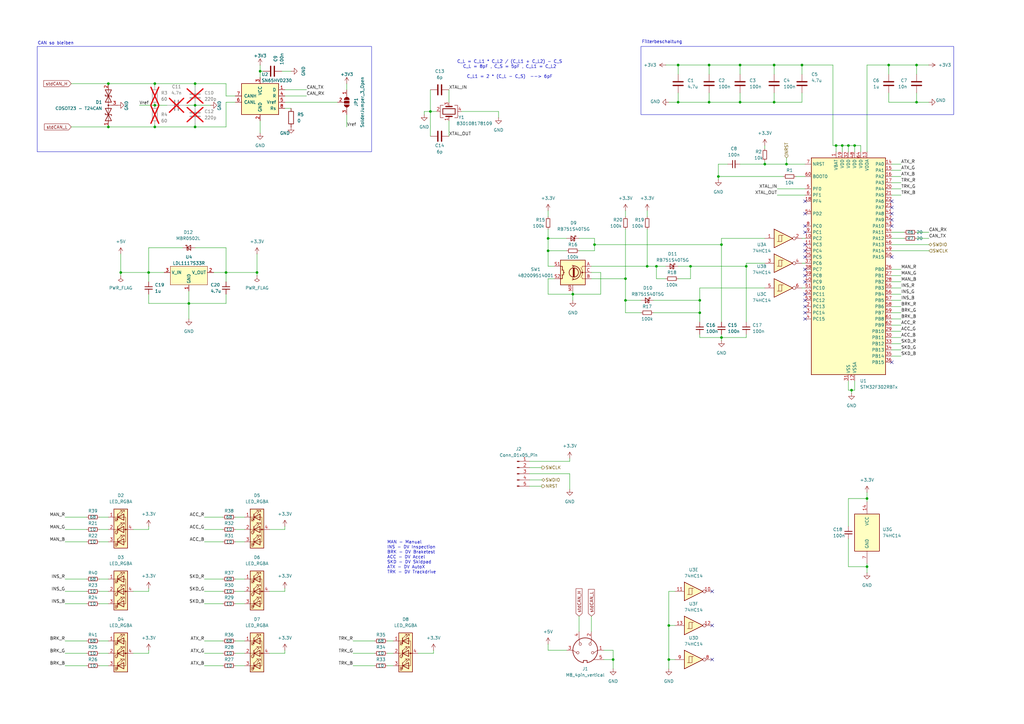
<source format=kicad_sch>
(kicad_sch
	(version 20231120)
	(generator "eeschema")
	(generator_version "8.0")
	(uuid "35ceb69b-b59c-4a43-ac67-e25ec79bb7e5")
	(paper "A3")
	
	(junction
		(at 106.68 29.21)
		(diameter 0)
		(color 0 0 0 0)
		(uuid "06e790b9-70fd-4811-8d65-ea8647339f41")
	)
	(junction
		(at 294.64 72.39)
		(diameter 0)
		(color 0 0 0 0)
		(uuid "09a100f2-38b0-4dbd-abe8-383be9dbeda3")
	)
	(junction
		(at 328.93 26.67)
		(diameter 0)
		(color 0 0 0 0)
		(uuid "0b67acfe-bd03-4fa1-8f87-9e84ef7e1171")
	)
	(junction
		(at 224.79 97.79)
		(diameter 0)
		(color 0 0 0 0)
		(uuid "15d0fada-675b-4e0a-b37e-d38921acfc58")
	)
	(junction
		(at 256.54 123.19)
		(diameter 0)
		(color 0 0 0 0)
		(uuid "18e7a4b0-6bec-4a67-9a9d-4a0b0561b584")
	)
	(junction
		(at 251.46 270.51)
		(diameter 0)
		(color 0 0 0 0)
		(uuid "199e0971-e522-4968-bc04-a7a2b6757477")
	)
	(junction
		(at 60.96 111.76)
		(diameter 0)
		(color 0 0 0 0)
		(uuid "1be66858-bc18-4d3c-a7be-35511c906457")
	)
	(junction
		(at 278.13 41.91)
		(diameter 0)
		(color 0 0 0 0)
		(uuid "22aa9ad9-6de8-463f-8143-ce566d46a106")
	)
	(junction
		(at 303.53 41.91)
		(diameter 0)
		(color 0 0 0 0)
		(uuid "233543c6-26c8-4b44-9300-c1507e082977")
	)
	(junction
		(at 355.6 232.41)
		(diameter 0)
		(color 0 0 0 0)
		(uuid "247d2245-468f-4e9c-a3b1-94524313418e")
	)
	(junction
		(at 317.5 41.91)
		(diameter 0)
		(color 0 0 0 0)
		(uuid "278fed69-0ff0-4ece-a189-978aa84b629c")
	)
	(junction
		(at 350.52 59.69)
		(diameter 0)
		(color 0 0 0 0)
		(uuid "280a8f75-9d52-4e70-9586-824052d9e7bf")
	)
	(junction
		(at 295.91 100.33)
		(diameter 0)
		(color 0 0 0 0)
		(uuid "2fcfe3e0-3521-45f4-b6ca-4f8ad7b70013")
	)
	(junction
		(at 274.32 270.51)
		(diameter 0)
		(color 0 0 0 0)
		(uuid "391c583a-53f3-4470-b030-abb54e4bd322")
	)
	(junction
		(at 375.92 26.67)
		(diameter 0)
		(color 0 0 0 0)
		(uuid "3a3ba188-6dba-42be-bdf3-83b4925cedc5")
	)
	(junction
		(at 234.95 120.65)
		(diameter 0)
		(color 0 0 0 0)
		(uuid "3e4bf9cf-e6f8-42f0-87ed-39c8e52354af")
	)
	(junction
		(at 322.58 67.31)
		(diameter 0)
		(color 0 0 0 0)
		(uuid "4b9b18d2-a43f-4a44-aac6-628cfe923ca6")
	)
	(junction
		(at 269.24 109.22)
		(diameter 0)
		(color 0 0 0 0)
		(uuid "4e3e3829-11da-4b65-98ca-c6942252ffb2")
	)
	(junction
		(at 345.44 59.69)
		(diameter 0)
		(color 0 0 0 0)
		(uuid "53ed53b6-2f7e-4d52-a8fe-132198074c91")
	)
	(junction
		(at 265.43 109.22)
		(diameter 0)
		(color 0 0 0 0)
		(uuid "56adb256-7d6f-42ce-92b6-f03bedd4cb6a")
	)
	(junction
		(at 303.53 26.67)
		(diameter 0)
		(color 0 0 0 0)
		(uuid "59083679-f4d2-4e56-979d-8af101f661e5")
	)
	(junction
		(at 176.53 45.72)
		(diameter 0)
		(color 0 0 0 0)
		(uuid "5ad3a88e-2788-4120-8796-b72d3bc4b78e")
	)
	(junction
		(at 295.91 138.43)
		(diameter 0)
		(color 0 0 0 0)
		(uuid "5ad593bb-f483-4ae7-bafe-9747f281fdb4")
	)
	(junction
		(at 243.84 100.33)
		(diameter 0)
		(color 0 0 0 0)
		(uuid "5ae3f48c-04b0-469a-8fbc-31f4a3015730")
	)
	(junction
		(at 77.47 124.46)
		(diameter 0)
		(color 0 0 0 0)
		(uuid "5ee94c91-04d6-4a4c-855c-cc8a2a096451")
	)
	(junction
		(at 63.5 34.29)
		(diameter 0)
		(color 0 0 0 0)
		(uuid "5ef6e988-b99a-485e-a883-98591782fdf7")
	)
	(junction
		(at 375.92 41.91)
		(diameter 0)
		(color 0 0 0 0)
		(uuid "62ead292-50a3-4d3b-bb2d-8a1172ed4fe2")
	)
	(junction
		(at 63.5 43.18)
		(diameter 0)
		(color 0 0 0 0)
		(uuid "669bc255-9fa0-46ac-912a-54237a5fb2c3")
	)
	(junction
		(at 290.83 41.91)
		(diameter 0)
		(color 0 0 0 0)
		(uuid "6bcc4f6d-7d72-4b2e-ab10-19e40985e3b4")
	)
	(junction
		(at 80.01 52.07)
		(diameter 0)
		(color 0 0 0 0)
		(uuid "72c2db07-1cfe-4a9b-acb8-3f1d27de8c5d")
	)
	(junction
		(at 224.79 102.87)
		(diameter 0)
		(color 0 0 0 0)
		(uuid "72c6fdae-45ed-4fee-9df4-a99abf694805")
	)
	(junction
		(at 290.83 26.67)
		(diameter 0)
		(color 0 0 0 0)
		(uuid "73e1323b-dea0-46a7-9e9d-e1a38d4085fc")
	)
	(junction
		(at 313.69 67.31)
		(diameter 0)
		(color 0 0 0 0)
		(uuid "7899b46a-7dfe-4709-98b6-d7c1e1a42a2d")
	)
	(junction
		(at 355.6 204.47)
		(diameter 0)
		(color 0 0 0 0)
		(uuid "79c100eb-31ce-4e60-90fa-f196a713664a")
	)
	(junction
		(at 278.13 26.67)
		(diameter 0)
		(color 0 0 0 0)
		(uuid "81d372c6-f451-4eba-b52c-d23ca32c8133")
	)
	(junction
		(at 364.49 26.67)
		(diameter 0)
		(color 0 0 0 0)
		(uuid "8215996c-3975-411d-9a0d-3dce74978fd6")
	)
	(junction
		(at 44.45 52.07)
		(diameter 0)
		(color 0 0 0 0)
		(uuid "8365d069-7fbc-435d-a78e-5905ed934102")
	)
	(junction
		(at 80.01 34.29)
		(diameter 0)
		(color 0 0 0 0)
		(uuid "83a7f19d-ded2-43cc-85f4-c26d28a15fa9")
	)
	(junction
		(at 287.02 128.27)
		(diameter 0)
		(color 0 0 0 0)
		(uuid "84d0e42a-2cde-4ea6-87fb-6016c36a80dc")
	)
	(junction
		(at 342.9 59.69)
		(diameter 0)
		(color 0 0 0 0)
		(uuid "8609391f-a50f-4916-a491-39cfa6461b2a")
	)
	(junction
		(at 63.5 52.07)
		(diameter 0)
		(color 0 0 0 0)
		(uuid "898e6e58-cb1c-422a-ab91-d4f131f50f36")
	)
	(junction
		(at 287.02 123.19)
		(diameter 0)
		(color 0 0 0 0)
		(uuid "8bae0cac-cc96-4f45-9b4c-b07bd73e3316")
	)
	(junction
		(at 256.54 114.3)
		(diameter 0)
		(color 0 0 0 0)
		(uuid "a35f2aa0-0f20-45df-bdc4-1a78abf8b45b")
	)
	(junction
		(at 49.53 111.76)
		(diameter 0)
		(color 0 0 0 0)
		(uuid "a97906b8-2550-49c6-a079-d3f9da03de81")
	)
	(junction
		(at 105.41 111.76)
		(diameter 0)
		(color 0 0 0 0)
		(uuid "aed7758a-1137-4bd1-89d3-d4dbbb53949a")
	)
	(junction
		(at 44.45 34.29)
		(diameter 0)
		(color 0 0 0 0)
		(uuid "bf16003e-6493-47ca-94bb-0b7edb0a5eda")
	)
	(junction
		(at 306.07 109.22)
		(diameter 0)
		(color 0 0 0 0)
		(uuid "d5aed32b-9ea9-4835-84c1-a09558a0cc7d")
	)
	(junction
		(at 92.71 111.76)
		(diameter 0)
		(color 0 0 0 0)
		(uuid "dcb2b52d-863c-4504-8366-5622fc73af5b")
	)
	(junction
		(at 274.32 256.54)
		(diameter 0)
		(color 0 0 0 0)
		(uuid "df338f14-20cb-4ac4-a605-8f555a518ce7")
	)
	(junction
		(at 317.5 26.67)
		(diameter 0)
		(color 0 0 0 0)
		(uuid "e0e7e8d0-b00a-42c5-b1ef-006300c19c1b")
	)
	(junction
		(at 347.98 59.69)
		(diameter 0)
		(color 0 0 0 0)
		(uuid "ec17820c-20d4-4794-80a1-49c1e6fe43c2")
	)
	(junction
		(at 349.25 160.02)
		(diameter 0)
		(color 0 0 0 0)
		(uuid "edb75a5f-5650-4472-935d-3904ad36160a")
	)
	(junction
		(at 80.01 43.18)
		(diameter 0)
		(color 0 0 0 0)
		(uuid "fe88a185-6f96-4d64-98eb-3a0e711c9eb0")
	)
	(junction
		(at 283.21 109.22)
		(diameter 0)
		(color 0 0 0 0)
		(uuid "ff70c59f-32ea-4dfb-8bfe-d0367f92e8e1")
	)
	(no_connect
		(at 365.76 92.71)
		(uuid "03e9b9b3-aaf5-4b6f-8c6b-e32727ff2483")
	)
	(no_connect
		(at 330.2 128.27)
		(uuid "1ea6719f-79fa-48f8-8bb7-0d504888288b")
	)
	(no_connect
		(at 330.2 102.87)
		(uuid "1f50680d-9863-4dfa-98bd-245bf9d47370")
	)
	(no_connect
		(at 330.2 105.41)
		(uuid "2d1fa5d0-fd9c-43d0-97a9-a607ab5df96c")
	)
	(no_connect
		(at 330.2 123.19)
		(uuid "2e40340a-8fdc-453b-98f3-847a055c61f6")
	)
	(no_connect
		(at 292.1 242.57)
		(uuid "375e142a-6d3f-4f7d-8ee7-7b150a537001")
	)
	(no_connect
		(at 365.76 82.55)
		(uuid "3b7cbe00-da58-48bf-b046-9b0b8118b243")
	)
	(no_connect
		(at 330.2 82.55)
		(uuid "3d02fdac-e63a-42e9-a0b9-3526295d7e9c")
	)
	(no_connect
		(at 330.2 95.25)
		(uuid "442eb0ef-cda1-4e70-8651-cba42149abd2")
	)
	(no_connect
		(at 330.2 92.71)
		(uuid "4b0d9b58-73f3-42c7-b362-313fd353a12b")
	)
	(no_connect
		(at 330.2 130.81)
		(uuid "5b2a2d25-a96d-46a8-8ab9-e2f15aee2fb0")
	)
	(no_connect
		(at 330.2 120.65)
		(uuid "74dbea47-995c-4bd9-b322-bd07ebce6fb1")
	)
	(no_connect
		(at 330.2 87.63)
		(uuid "838a2f4b-fa9e-4300-b7c6-08851a85721d")
	)
	(no_connect
		(at 365.76 87.63)
		(uuid "886dfc2f-dd40-403c-8215-eec0cc7ece08")
	)
	(no_connect
		(at 292.1 270.51)
		(uuid "8e6073bc-c598-4e01-b383-d966991ce550")
	)
	(no_connect
		(at 365.76 90.17)
		(uuid "95759296-1017-4a65-b606-4f673aace821")
	)
	(no_connect
		(at 365.76 85.09)
		(uuid "993a5343-650c-4a10-bad4-c5880cb0b25e")
	)
	(no_connect
		(at 292.1 256.54)
		(uuid "9c8ffce1-d183-4b90-b744-1a7814555066")
	)
	(no_connect
		(at 365.76 148.59)
		(uuid "9f0bb3f1-192e-47dd-a3f3-6558a4f9b9fa")
	)
	(no_connect
		(at 365.76 105.41)
		(uuid "aed1ac1f-c12a-4d74-bf8f-e39ba39c7cdf")
	)
	(no_connect
		(at 330.2 113.03)
		(uuid "b5cfb336-5c98-4628-bc35-24f7f83bda21")
	)
	(no_connect
		(at 330.2 115.57)
		(uuid "b6f9d914-ac55-4f93-8ddf-33af25f519ab")
	)
	(no_connect
		(at 330.2 125.73)
		(uuid "c169e453-0172-4396-8e0a-5a3a6e7f9f9f")
	)
	(no_connect
		(at 330.2 100.33)
		(uuid "ce3bb19a-8c0e-4ecf-8c07-04a58c827950")
	)
	(no_connect
		(at 330.2 110.49)
		(uuid "e882f68d-c9e8-4d8b-b413-2d1b020e2732")
	)
	(wire
		(pts
			(xy 369.57 143.51) (xy 365.76 143.51)
		)
		(stroke
			(width 0)
			(type default)
		)
		(uuid "022edc55-75f5-44f5-b503-fc6261213e04")
	)
	(wire
		(pts
			(xy 83.82 237.49) (xy 91.44 237.49)
		)
		(stroke
			(width 0)
			(type default)
		)
		(uuid "02af569f-ad24-4e71-83ea-4a3e53773cf3")
	)
	(wire
		(pts
			(xy 106.68 26.67) (xy 106.68 29.21)
		)
		(stroke
			(width 0)
			(type default)
		)
		(uuid "02b6b732-7ece-496c-a0be-c8931ee9b9a0")
	)
	(wire
		(pts
			(xy 350.52 160.02) (xy 349.25 160.02)
		)
		(stroke
			(width 0)
			(type default)
		)
		(uuid "03a21484-d540-473c-b08a-73882a03d85c")
	)
	(wire
		(pts
			(xy 347.98 160.02) (xy 349.25 160.02)
		)
		(stroke
			(width 0)
			(type default)
		)
		(uuid "03aad967-8264-43e4-b258-325942f2a750")
	)
	(wire
		(pts
			(xy 273.05 26.67) (xy 278.13 26.67)
		)
		(stroke
			(width 0)
			(type default)
		)
		(uuid "04889c71-8ece-4625-ad80-6da15ee16bc5")
	)
	(wire
		(pts
			(xy 26.67 222.25) (xy 35.56 222.25)
		)
		(stroke
			(width 0)
			(type default)
		)
		(uuid "04ec65a8-fc44-448c-bb24-14f946df79ac")
	)
	(wire
		(pts
			(xy 63.5 34.29) (xy 63.5 35.56)
		)
		(stroke
			(width 0)
			(type default)
		)
		(uuid "0551ee83-d780-41d1-b618-a9114f56a116")
	)
	(wire
		(pts
			(xy 328.93 118.11) (xy 330.2 118.11)
		)
		(stroke
			(width 0)
			(type default)
		)
		(uuid "07864dd6-e8b2-4234-85aa-7de3786316f4")
	)
	(wire
		(pts
			(xy 237.49 102.87) (xy 243.84 102.87)
		)
		(stroke
			(width 0)
			(type default)
		)
		(uuid "07acccdf-4407-4f15-8a6c-31c36ad582bf")
	)
	(wire
		(pts
			(xy 83.82 212.09) (xy 91.44 212.09)
		)
		(stroke
			(width 0)
			(type default)
		)
		(uuid "08929a6f-7f4e-4e36-afe1-a9eeffadbb95")
	)
	(wire
		(pts
			(xy 278.13 38.1) (xy 278.13 41.91)
		)
		(stroke
			(width 0)
			(type default)
		)
		(uuid "0b16282a-5fe8-4164-9979-21053700179b")
	)
	(wire
		(pts
			(xy 96.52 222.25) (xy 100.33 222.25)
		)
		(stroke
			(width 0)
			(type default)
		)
		(uuid "0cdd4a44-aa2a-4aed-9c67-777df3d47fcf")
	)
	(wire
		(pts
			(xy 364.49 26.67) (xy 375.92 26.67)
		)
		(stroke
			(width 0)
			(type default)
		)
		(uuid "0fe21b11-9cf5-4689-bf06-47de0538b2cd")
	)
	(wire
		(pts
			(xy 274.32 274.32) (xy 274.32 270.51)
		)
		(stroke
			(width 0)
			(type default)
		)
		(uuid "10bea9b9-1cf7-46d5-8468-8b61b51e559c")
	)
	(wire
		(pts
			(xy 116.84 215.9) (xy 116.84 217.17)
		)
		(stroke
			(width 0)
			(type default)
		)
		(uuid "10db2486-84a6-447a-9509-1fed6eec0739")
	)
	(wire
		(pts
			(xy 96.52 273.05) (xy 100.33 273.05)
		)
		(stroke
			(width 0)
			(type default)
		)
		(uuid "1106eef0-fa0d-4f0e-a421-f9ad7d7efe3f")
	)
	(wire
		(pts
			(xy 355.6 231.14) (xy 355.6 232.41)
		)
		(stroke
			(width 0)
			(type default)
		)
		(uuid "12697f6d-dd3d-4087-b3ea-b8153e4bebc1")
	)
	(wire
		(pts
			(xy 217.17 194.31) (xy 233.68 194.31)
		)
		(stroke
			(width 0)
			(type default)
		)
		(uuid "1351abcb-c215-46bf-a263-2e1a74313e5a")
	)
	(wire
		(pts
			(xy 40.64 262.89) (xy 44.45 262.89)
		)
		(stroke
			(width 0)
			(type default)
		)
		(uuid "1420a497-1b69-4105-a663-5b1f087bb706")
	)
	(wire
		(pts
			(xy 224.79 264.16) (xy 224.79 266.7)
		)
		(stroke
			(width 0)
			(type default)
		)
		(uuid "14f2b547-53f6-4f61-ac1a-50db9a086066")
	)
	(wire
		(pts
			(xy 262.89 128.27) (xy 256.54 128.27)
		)
		(stroke
			(width 0)
			(type default)
		)
		(uuid "170017cb-a13c-4d3f-9c6d-a60d15efc521")
	)
	(wire
		(pts
			(xy 116.84 39.37) (xy 125.73 39.37)
		)
		(stroke
			(width 0)
			(type default)
		)
		(uuid "184f8cc7-2f86-4770-90dd-4f8545756f9b")
	)
	(wire
		(pts
			(xy 294.64 67.31) (xy 298.45 67.31)
		)
		(stroke
			(width 0)
			(type default)
		)
		(uuid "1927316e-10e3-4f93-88fa-9b846373cf9d")
	)
	(wire
		(pts
			(xy 283.21 109.22) (xy 306.07 109.22)
		)
		(stroke
			(width 0)
			(type default)
		)
		(uuid "1a498e44-1fb9-4f3a-8d2a-bb6b1a3b838b")
	)
	(wire
		(pts
			(xy 57.15 43.18) (xy 63.5 43.18)
		)
		(stroke
			(width 0)
			(type default)
		)
		(uuid "1a9d794b-1d77-4ce8-9a1d-79e0c308e29b")
	)
	(wire
		(pts
			(xy 110.49 267.97) (xy 116.84 267.97)
		)
		(stroke
			(width 0)
			(type default)
		)
		(uuid "1ac05ca1-6b3a-47c2-ac55-88e7e7d6967f")
	)
	(wire
		(pts
			(xy 96.52 41.91) (xy 92.71 41.91)
		)
		(stroke
			(width 0)
			(type default)
		)
		(uuid "1ac25040-3324-4162-813c-4b734141fb29")
	)
	(wire
		(pts
			(xy 267.97 128.27) (xy 287.02 128.27)
		)
		(stroke
			(width 0)
			(type default)
		)
		(uuid "1ca9ad7f-f268-433a-b164-0a3bf80a6eec")
	)
	(wire
		(pts
			(xy 40.64 237.49) (xy 44.45 237.49)
		)
		(stroke
			(width 0)
			(type default)
		)
		(uuid "1d25457b-acc4-4044-8c71-51550993ae8b")
	)
	(wire
		(pts
			(xy 369.57 72.39) (xy 365.76 72.39)
		)
		(stroke
			(width 0)
			(type default)
		)
		(uuid "1e38eb24-2871-4402-836e-72369e4660de")
	)
	(wire
		(pts
			(xy 369.57 133.35) (xy 365.76 133.35)
		)
		(stroke
			(width 0)
			(type default)
		)
		(uuid "202b6aee-fab3-45dd-916a-529c3177c33e")
	)
	(wire
		(pts
			(xy 176.53 36.83) (xy 176.53 45.72)
		)
		(stroke
			(width 0)
			(type default)
		)
		(uuid "204865d6-51c9-48e1-b532-0c4f74f28223")
	)
	(wire
		(pts
			(xy 177.8 266.7) (xy 177.8 267.97)
		)
		(stroke
			(width 0)
			(type default)
		)
		(uuid "214c81b2-4e95-4952-a38c-63e4df3c0756")
	)
	(wire
		(pts
			(xy 29.21 52.07) (xy 44.45 52.07)
		)
		(stroke
			(width 0)
			(type default)
		)
		(uuid "2276d95b-7895-4e81-9686-be9ca8dee143")
	)
	(wire
		(pts
			(xy 26.67 237.49) (xy 35.56 237.49)
		)
		(stroke
			(width 0)
			(type default)
		)
		(uuid "2295ea98-76c4-4cad-8f0c-a2e0f2906328")
	)
	(wire
		(pts
			(xy 158.75 273.05) (xy 161.29 273.05)
		)
		(stroke
			(width 0)
			(type default)
		)
		(uuid "2555c8b8-f693-41bd-a040-6d64c8288c42")
	)
	(wire
		(pts
			(xy 269.24 109.22) (xy 273.05 109.22)
		)
		(stroke
			(width 0)
			(type default)
		)
		(uuid "25996d50-e6c1-4cca-861e-c5abf0d9b380")
	)
	(wire
		(pts
			(xy 313.69 97.79) (xy 295.91 97.79)
		)
		(stroke
			(width 0)
			(type default)
		)
		(uuid "26084418-0f63-4bb9-8cd6-3d27712c8b6e")
	)
	(wire
		(pts
			(xy 217.17 199.39) (xy 222.25 199.39)
		)
		(stroke
			(width 0)
			(type default)
		)
		(uuid "26c87d6e-924f-4150-bedf-597dcc4876f2")
	)
	(wire
		(pts
			(xy 274.32 256.54) (xy 276.86 256.54)
		)
		(stroke
			(width 0)
			(type default)
		)
		(uuid "275a0114-0f86-4b6d-b643-36d0e79b6228")
	)
	(wire
		(pts
			(xy 242.57 111.76) (xy 246.38 111.76)
		)
		(stroke
			(width 0)
			(type default)
		)
		(uuid "28255f49-5cab-4ea9-9862-fa5b0c572305")
	)
	(wire
		(pts
			(xy 269.24 114.3) (xy 269.24 109.22)
		)
		(stroke
			(width 0)
			(type default)
		)
		(uuid "288f5745-e8fb-4258-9de2-a045670cda53")
	)
	(wire
		(pts
			(xy 287.02 138.43) (xy 295.91 138.43)
		)
		(stroke
			(width 0)
			(type default)
		)
		(uuid "2a1731eb-40e8-4cc0-a744-c32b3794e0cf")
	)
	(wire
		(pts
			(xy 92.71 39.37) (xy 92.71 34.29)
		)
		(stroke
			(width 0)
			(type default)
		)
		(uuid "2b99c690-9f64-402c-83bc-09a5a5f87bed")
	)
	(wire
		(pts
			(xy 77.47 124.46) (xy 92.71 124.46)
		)
		(stroke
			(width 0)
			(type default)
		)
		(uuid "2bad0858-aa6f-4483-a0bf-3fff7bac3640")
	)
	(wire
		(pts
			(xy 365.76 80.01) (xy 369.57 80.01)
		)
		(stroke
			(width 0)
			(type default)
		)
		(uuid "2bfdd32a-d4c2-4fa8-87d2-7b20d596a817")
	)
	(wire
		(pts
			(xy 313.69 59.69) (xy 313.69 60.96)
		)
		(stroke
			(width 0)
			(type default)
		)
		(uuid "2c23df16-fb3d-428c-93b4-a1d91b70d9a2")
	)
	(wire
		(pts
			(xy 318.77 80.01) (xy 330.2 80.01)
		)
		(stroke
			(width 0)
			(type default)
		)
		(uuid "2c560284-8cf4-4f6d-b5cf-b508dd1400de")
	)
	(wire
		(pts
			(xy 322.58 67.31) (xy 330.2 67.31)
		)
		(stroke
			(width 0)
			(type default)
		)
		(uuid "2cd3721a-f84a-4392-a273-02e7a68732d2")
	)
	(wire
		(pts
			(xy 369.57 138.43) (xy 365.76 138.43)
		)
		(stroke
			(width 0)
			(type default)
		)
		(uuid "2e18ccd9-5ecf-4164-9ab1-8761590de599")
	)
	(wire
		(pts
			(xy 274.32 41.91) (xy 278.13 41.91)
		)
		(stroke
			(width 0)
			(type default)
		)
		(uuid "31ed36b8-824b-4b9e-976d-ce83cd5021c7")
	)
	(wire
		(pts
			(xy 80.01 34.29) (xy 92.71 34.29)
		)
		(stroke
			(width 0)
			(type default)
		)
		(uuid "321ebcb1-77a4-43d5-a965-5da2f347ce3c")
	)
	(wire
		(pts
			(xy 355.6 232.41) (xy 355.6 234.95)
		)
		(stroke
			(width 0)
			(type default)
		)
		(uuid "3295b0ee-59fc-4022-ae2d-7ccabdfca169")
	)
	(wire
		(pts
			(xy 369.57 118.11) (xy 365.76 118.11)
		)
		(stroke
			(width 0)
			(type default)
		)
		(uuid "32a4a3ec-704d-4d80-8261-07f4e4238783")
	)
	(wire
		(pts
			(xy 251.46 270.51) (xy 247.65 270.51)
		)
		(stroke
			(width 0)
			(type default)
		)
		(uuid "3310342f-2192-41ab-9391-eb8ec8520bcc")
	)
	(wire
		(pts
			(xy 365.76 97.79) (xy 370.84 97.79)
		)
		(stroke
			(width 0)
			(type default)
		)
		(uuid "33b33ad8-aeed-441f-8b1a-d76ea294931b")
	)
	(wire
		(pts
			(xy 278.13 109.22) (xy 283.21 109.22)
		)
		(stroke
			(width 0)
			(type default)
		)
		(uuid "33eab38d-3cf3-4298-8ede-7fe91c73d002")
	)
	(wire
		(pts
			(xy 234.95 120.65) (xy 234.95 123.19)
		)
		(stroke
			(width 0)
			(type default)
		)
		(uuid "3430c58b-816b-4722-9c47-649ffd4238b6")
	)
	(wire
		(pts
			(xy 369.57 113.03) (xy 365.76 113.03)
		)
		(stroke
			(width 0)
			(type default)
		)
		(uuid "349697bf-9300-433a-8a9a-b8e23c6923d2")
	)
	(wire
		(pts
			(xy 365.76 100.33) (xy 381 100.33)
		)
		(stroke
			(width 0)
			(type default)
		)
		(uuid "34f34f02-c839-422d-9844-815fcd5e347d")
	)
	(wire
		(pts
			(xy 106.68 29.21) (xy 107.95 29.21)
		)
		(stroke
			(width 0)
			(type default)
		)
		(uuid "362f1bdd-8584-415b-962f-09e0bf332251")
	)
	(wire
		(pts
			(xy 243.84 97.79) (xy 243.84 100.33)
		)
		(stroke
			(width 0)
			(type default)
		)
		(uuid "36590922-c56d-46b7-b4be-ccf1caafe615")
	)
	(wire
		(pts
			(xy 294.64 72.39) (xy 294.64 67.31)
		)
		(stroke
			(width 0)
			(type default)
		)
		(uuid "3895f61c-5a4f-49da-ac3f-1474b7528e15")
	)
	(wire
		(pts
			(xy 40.64 212.09) (xy 44.45 212.09)
		)
		(stroke
			(width 0)
			(type default)
		)
		(uuid "389ad848-4a0b-451f-a093-ea102cddea62")
	)
	(wire
		(pts
			(xy 116.84 41.91) (xy 138.43 41.91)
		)
		(stroke
			(width 0)
			(type default)
		)
		(uuid "39432097-0ede-45e1-ad99-1905d106ba7a")
	)
	(wire
		(pts
			(xy 355.6 26.67) (xy 355.6 62.23)
		)
		(stroke
			(width 0)
			(type default)
		)
		(uuid "3a1e0af9-7e29-48be-b82c-f635dcdf8345")
	)
	(wire
		(pts
			(xy 74.93 101.6) (xy 60.96 101.6)
		)
		(stroke
			(width 0)
			(type default)
		)
		(uuid "3aae2fe5-744b-4d4f-a147-5554f4f7417b")
	)
	(wire
		(pts
			(xy 328.93 30.48) (xy 328.93 26.67)
		)
		(stroke
			(width 0)
			(type default)
		)
		(uuid "3b498af6-1cb0-4ade-a355-3826869fd5e8")
	)
	(wire
		(pts
			(xy 303.53 26.67) (xy 303.53 30.48)
		)
		(stroke
			(width 0)
			(type default)
		)
		(uuid "3bc86ea3-a81f-4543-9ed6-4a710b9520f0")
	)
	(wire
		(pts
			(xy 237.49 252.73) (xy 237.49 259.08)
		)
		(stroke
			(width 0)
			(type default)
		)
		(uuid "3bedfa18-5156-493d-9402-9008e42b4814")
	)
	(wire
		(pts
			(xy 251.46 266.7) (xy 251.46 270.51)
		)
		(stroke
			(width 0)
			(type default)
		)
		(uuid "3c49902c-9424-488c-a150-c3fe9ab74faa")
	)
	(wire
		(pts
			(xy 290.83 26.67) (xy 303.53 26.67)
		)
		(stroke
			(width 0)
			(type default)
		)
		(uuid "3d76804e-e3e1-435a-8d46-047bb8f0be18")
	)
	(wire
		(pts
			(xy 176.53 45.72) (xy 179.07 45.72)
		)
		(stroke
			(width 0)
			(type default)
		)
		(uuid "3dcd2dc7-4c11-4eb4-8b33-0b59804cd74a")
	)
	(wire
		(pts
			(xy 76.2 43.18) (xy 80.01 43.18)
		)
		(stroke
			(width 0)
			(type default)
		)
		(uuid "3e4af2f5-fbe7-4434-a6d8-2c00fe8b935f")
	)
	(wire
		(pts
			(xy 295.91 137.16) (xy 295.91 138.43)
		)
		(stroke
			(width 0)
			(type default)
		)
		(uuid "3f51424a-a9a2-4dbb-9593-2695ccff564f")
	)
	(wire
		(pts
			(xy 106.68 29.21) (xy 106.68 31.75)
		)
		(stroke
			(width 0)
			(type default)
		)
		(uuid "3fadac26-b3b0-43a7-a729-1697411d9f88")
	)
	(wire
		(pts
			(xy 144.78 262.89) (xy 153.67 262.89)
		)
		(stroke
			(width 0)
			(type default)
		)
		(uuid "406606fe-fa56-4ea7-9e83-e8ee2efb228d")
	)
	(wire
		(pts
			(xy 60.96 111.76) (xy 49.53 111.76)
		)
		(stroke
			(width 0)
			(type default)
		)
		(uuid "40b4b9b7-587e-49a4-896d-3b58679f91a0")
	)
	(wire
		(pts
			(xy 26.67 273.05) (xy 35.56 273.05)
		)
		(stroke
			(width 0)
			(type default)
		)
		(uuid "426367fe-94c6-4791-ab48-ae5d6b80207a")
	)
	(wire
		(pts
			(xy 274.32 270.51) (xy 276.86 270.51)
		)
		(stroke
			(width 0)
			(type default)
		)
		(uuid "4301cf3d-740a-4a58-9e61-91c7c3f67b7e")
	)
	(wire
		(pts
			(xy 287.02 118.11) (xy 287.02 123.19)
		)
		(stroke
			(width 0)
			(type default)
		)
		(uuid "432b8aaf-e433-4d62-9349-fd010841e191")
	)
	(wire
		(pts
			(xy 369.57 115.57) (xy 365.76 115.57)
		)
		(stroke
			(width 0)
			(type default)
		)
		(uuid "43980129-0c68-48b7-b7ae-f43f193a0dd6")
	)
	(wire
		(pts
			(xy 294.64 73.66) (xy 294.64 72.39)
		)
		(stroke
			(width 0)
			(type default)
		)
		(uuid "465f41ad-b2a9-45f6-8cb5-420aae998470")
	)
	(wire
		(pts
			(xy 243.84 102.87) (xy 243.84 100.33)
		)
		(stroke
			(width 0)
			(type default)
		)
		(uuid "46b3c26f-4534-4e81-b972-cd1976ba825d")
	)
	(wire
		(pts
			(xy 40.64 273.05) (xy 44.45 273.05)
		)
		(stroke
			(width 0)
			(type default)
		)
		(uuid "46d676d0-b2ab-41c8-9d9d-a5dddfb134a8")
	)
	(wire
		(pts
			(xy 295.91 100.33) (xy 295.91 132.08)
		)
		(stroke
			(width 0)
			(type default)
		)
		(uuid "48b27bd3-ca76-438b-a761-68c01519e974")
	)
	(wire
		(pts
			(xy 364.49 26.67) (xy 364.49 30.48)
		)
		(stroke
			(width 0)
			(type default)
		)
		(uuid "4a5f17f5-1d0b-4978-98bb-5580589f465d")
	)
	(wire
		(pts
			(xy 274.32 256.54) (xy 274.32 242.57)
		)
		(stroke
			(width 0)
			(type default)
		)
		(uuid "4b5c817f-2129-4331-9c06-5ca9be15672a")
	)
	(wire
		(pts
			(xy 26.67 212.09) (xy 35.56 212.09)
		)
		(stroke
			(width 0)
			(type default)
		)
		(uuid "4ce83f3d-6f22-454f-867f-5427b82e2821")
	)
	(wire
		(pts
			(xy 144.78 273.05) (xy 153.67 273.05)
		)
		(stroke
			(width 0)
			(type default)
		)
		(uuid "4dd5e91c-25d8-496c-86de-0634776daf13")
	)
	(wire
		(pts
			(xy 274.32 270.51) (xy 274.32 256.54)
		)
		(stroke
			(width 0)
			(type default)
		)
		(uuid "4df142b8-3234-45b6-ba58-fae25392d176")
	)
	(wire
		(pts
			(xy 116.84 36.83) (xy 125.73 36.83)
		)
		(stroke
			(width 0)
			(type default)
		)
		(uuid "4df9e7d8-24df-462c-aeb1-d39d4164840a")
	)
	(wire
		(pts
			(xy 303.53 67.31) (xy 313.69 67.31)
		)
		(stroke
			(width 0)
			(type default)
		)
		(uuid "4e4bfe27-3b11-4b4a-9680-b32f3157fd47")
	)
	(wire
		(pts
			(xy 287.02 137.16) (xy 287.02 138.43)
		)
		(stroke
			(width 0)
			(type default)
		)
		(uuid "4ebea076-41b1-419f-8d10-35add0bb5c80")
	)
	(wire
		(pts
			(xy 313.69 66.04) (xy 313.69 67.31)
		)
		(stroke
			(width 0)
			(type default)
		)
		(uuid "4ed848e6-1a4e-4924-aea0-e01234e55904")
	)
	(wire
		(pts
			(xy 60.96 266.7) (xy 60.96 267.97)
		)
		(stroke
			(width 0)
			(type default)
		)
		(uuid "4edca988-6b0e-4e5b-9bf9-52790c65d981")
	)
	(wire
		(pts
			(xy 29.21 34.29) (xy 44.45 34.29)
		)
		(stroke
			(width 0)
			(type default)
		)
		(uuid "4f108ce7-9054-4cf1-8f99-3a21073f1f15")
	)
	(wire
		(pts
			(xy 83.82 262.89) (xy 91.44 262.89)
		)
		(stroke
			(width 0)
			(type default)
		)
		(uuid "50853e10-4fff-4ce8-a37e-b9df59f2c9cc")
	)
	(wire
		(pts
			(xy 317.5 41.91) (xy 328.93 41.91)
		)
		(stroke
			(width 0)
			(type default)
		)
		(uuid "51773dd4-109a-4bd4-b9d8-6717b8bc6f41")
	)
	(wire
		(pts
			(xy 217.17 191.77) (xy 222.25 191.77)
		)
		(stroke
			(width 0)
			(type default)
		)
		(uuid "52595c11-d5a6-4ab8-b213-080f9c6ec264")
	)
	(wire
		(pts
			(xy 317.5 26.67) (xy 328.93 26.67)
		)
		(stroke
			(width 0)
			(type default)
		)
		(uuid "55b31225-ef71-4ec7-b0a0-baf5125ba79f")
	)
	(wire
		(pts
			(xy 246.38 111.76) (xy 246.38 120.65)
		)
		(stroke
			(width 0)
			(type default)
		)
		(uuid "56eac5a5-d90f-4bfb-9fc9-747f289e7e12")
	)
	(wire
		(pts
			(xy 63.5 43.18) (xy 68.58 43.18)
		)
		(stroke
			(width 0)
			(type default)
		)
		(uuid "57f9d6f6-4e54-4357-bc01-cfd72012b65a")
	)
	(wire
		(pts
			(xy 290.83 41.91) (xy 290.83 38.1)
		)
		(stroke
			(width 0)
			(type default)
		)
		(uuid "5cd1b2e8-3e07-4e89-be55-7cb6057b9072")
	)
	(wire
		(pts
			(xy 313.69 67.31) (xy 322.58 67.31)
		)
		(stroke
			(width 0)
			(type default)
		)
		(uuid "5cf196d7-9832-4d46-bd09-176390f111c0")
	)
	(wire
		(pts
			(xy 306.07 107.95) (xy 306.07 109.22)
		)
		(stroke
			(width 0)
			(type default)
		)
		(uuid "5cf3e382-b5c3-4bd7-83a4-b0bc1cf10f25")
	)
	(wire
		(pts
			(xy 83.82 247.65) (xy 91.44 247.65)
		)
		(stroke
			(width 0)
			(type default)
		)
		(uuid "5d2d6658-4af3-4a9a-8299-b7f1ff81544f")
	)
	(wire
		(pts
			(xy 217.17 196.85) (xy 222.25 196.85)
		)
		(stroke
			(width 0)
			(type default)
		)
		(uuid "5e6272da-22af-441d-9eea-66062a20eed7")
	)
	(wire
		(pts
			(xy 265.43 93.98) (xy 265.43 109.22)
		)
		(stroke
			(width 0)
			(type default)
		)
		(uuid "6132254a-3336-402a-a2c8-8ac8ee47311e")
	)
	(wire
		(pts
			(xy 116.84 44.45) (xy 119.38 44.45)
		)
		(stroke
			(width 0)
			(type default)
		)
		(uuid "61b502c4-2485-4ac6-8dba-9a4d55c93488")
	)
	(wire
		(pts
			(xy 243.84 100.33) (xy 295.91 100.33)
		)
		(stroke
			(width 0)
			(type default)
		)
		(uuid "63c0dcbb-6f2a-4cde-85cb-72f4fe6f7b6a")
	)
	(wire
		(pts
			(xy 278.13 114.3) (xy 283.21 114.3)
		)
		(stroke
			(width 0)
			(type default)
		)
		(uuid "649fd843-c66f-485a-b0e4-14239fd6beb1")
	)
	(wire
		(pts
			(xy 83.82 222.25) (xy 91.44 222.25)
		)
		(stroke
			(width 0)
			(type default)
		)
		(uuid "66640fd6-7951-49e4-b5bd-08ddef766925")
	)
	(wire
		(pts
			(xy 119.38 29.21) (xy 115.57 29.21)
		)
		(stroke
			(width 0)
			(type default)
		)
		(uuid "67929441-6687-47bc-922e-271a3e344d82")
	)
	(wire
		(pts
			(xy 60.96 215.9) (xy 60.96 217.17)
		)
		(stroke
			(width 0)
			(type default)
		)
		(uuid "6a35fc60-2cf2-45ab-bd44-bac5ec8090c0")
	)
	(wire
		(pts
			(xy 237.49 97.79) (xy 243.84 97.79)
		)
		(stroke
			(width 0)
			(type default)
		)
		(uuid "6b9f505e-d40f-4dcf-96f6-52fc95d8a051")
	)
	(wire
		(pts
			(xy 233.68 187.96) (xy 233.68 189.23)
		)
		(stroke
			(width 0)
			(type default)
		)
		(uuid "6ba61e02-5349-4055-bcc5-4e30dcb3995b")
	)
	(wire
		(pts
			(xy 116.84 266.7) (xy 116.84 267.97)
		)
		(stroke
			(width 0)
			(type default)
		)
		(uuid "6d50ca8a-e9c2-4fd5-9f50-2053b35a7906")
	)
	(wire
		(pts
			(xy 365.76 77.47) (xy 369.57 77.47)
		)
		(stroke
			(width 0)
			(type default)
		)
		(uuid "6dbbc826-97f0-47c4-9086-3707a08879bf")
	)
	(wire
		(pts
			(xy 375.92 30.48) (xy 375.92 26.67)
		)
		(stroke
			(width 0)
			(type default)
		)
		(uuid "6df74b3c-8fb1-4d59-b0ac-f9144a79dd95")
	)
	(wire
		(pts
			(xy 256.54 93.98) (xy 256.54 114.3)
		)
		(stroke
			(width 0)
			(type default)
		)
		(uuid "6ec6724f-b023-4ec3-9ff0-124ce0bec739")
	)
	(wire
		(pts
			(xy 350.52 59.69) (xy 350.52 62.23)
		)
		(stroke
			(width 0)
			(type default)
		)
		(uuid "6f42a87b-688c-4403-acce-cd966dc4ac16")
	)
	(wire
		(pts
			(xy 144.78 267.97) (xy 153.67 267.97)
		)
		(stroke
			(width 0)
			(type default)
		)
		(uuid "7288b71b-39da-49ac-ad20-726e530efb4a")
	)
	(wire
		(pts
			(xy 63.5 34.29) (xy 80.01 34.29)
		)
		(stroke
			(width 0)
			(type default)
		)
		(uuid "73b2173e-d621-4c1f-8cfd-1c34e85f8a94")
	)
	(wire
		(pts
			(xy 224.79 97.79) (xy 224.79 102.87)
		)
		(stroke
			(width 0)
			(type default)
		)
		(uuid "755a68e5-97bf-43d5-a721-c2044379e39d")
	)
	(wire
		(pts
			(xy 328.93 107.95) (xy 330.2 107.95)
		)
		(stroke
			(width 0)
			(type default)
		)
		(uuid "77dedf47-c971-44f5-939d-893127ebd452")
	)
	(wire
		(pts
			(xy 92.71 111.76) (xy 92.71 115.57)
		)
		(stroke
			(width 0)
			(type default)
		)
		(uuid "786fe70a-dfb4-452c-b26a-50c83631f854")
	)
	(wire
		(pts
			(xy 26.67 217.17) (xy 35.56 217.17)
		)
		(stroke
			(width 0)
			(type default)
		)
		(uuid "78ad3c87-9349-4037-8ce3-b78d1e506da9")
	)
	(wire
		(pts
			(xy 60.96 124.46) (xy 77.47 124.46)
		)
		(stroke
			(width 0)
			(type default)
		)
		(uuid "790ec93a-3074-4aed-a97e-b0750cc5705e")
	)
	(wire
		(pts
			(xy 67.31 111.76) (xy 60.96 111.76)
		)
		(stroke
			(width 0)
			(type default)
		)
		(uuid "797b95df-83e3-407c-9828-4df2c339d595")
	)
	(wire
		(pts
			(xy 342.9 59.69) (xy 341.63 59.69)
		)
		(stroke
			(width 0)
			(type default)
		)
		(uuid "79f9c956-30ca-45bf-a332-b1ff719a863b")
	)
	(wire
		(pts
			(xy 96.52 242.57) (xy 100.33 242.57)
		)
		(stroke
			(width 0)
			(type default)
		)
		(uuid "7a36dfa6-940e-41f8-a907-303b070c13c1")
	)
	(wire
		(pts
			(xy 96.52 267.97) (xy 100.33 267.97)
		)
		(stroke
			(width 0)
			(type default)
		)
		(uuid "7a8d183c-34f3-4832-9c88-562a5eaf27c2")
	)
	(wire
		(pts
			(xy 242.57 114.3) (xy 256.54 114.3)
		)
		(stroke
			(width 0)
			(type default)
		)
		(uuid "7d99f259-10a9-4cd1-bee0-6484c829a40d")
	)
	(wire
		(pts
			(xy 375.92 38.1) (xy 375.92 41.91)
		)
		(stroke
			(width 0)
			(type default)
		)
		(uuid "7df862c1-67bc-4b75-aabc-7d2ac371d090")
	)
	(wire
		(pts
			(xy 303.53 26.67) (xy 317.5 26.67)
		)
		(stroke
			(width 0)
			(type default)
		)
		(uuid "7ef80035-cee6-4bf7-a076-022557f07d44")
	)
	(wire
		(pts
			(xy 49.53 113.03) (xy 49.53 111.76)
		)
		(stroke
			(width 0)
			(type default)
		)
		(uuid "7f951a2a-15b2-4f51-8287-6601fd75a0c6")
	)
	(wire
		(pts
			(xy 40.64 247.65) (xy 44.45 247.65)
		)
		(stroke
			(width 0)
			(type default)
		)
		(uuid "7fbf5d77-03f3-4f8c-874c-618ac3f0542b")
	)
	(wire
		(pts
			(xy 96.52 237.49) (xy 100.33 237.49)
		)
		(stroke
			(width 0)
			(type default)
		)
		(uuid "8016fb7b-40a8-43b1-98b9-1c9e6e76e0ab")
	)
	(wire
		(pts
			(xy 355.6 26.67) (xy 364.49 26.67)
		)
		(stroke
			(width 0)
			(type default)
		)
		(uuid "80408c62-71d8-4805-9695-e2e1d5e69163")
	)
	(wire
		(pts
			(xy 234.95 119.38) (xy 234.95 120.65)
		)
		(stroke
			(width 0)
			(type default)
		)
		(uuid "80b76cb3-7a32-4ae5-ac02-2cb9e3599642")
	)
	(wire
		(pts
			(xy 306.07 138.43) (xy 295.91 138.43)
		)
		(stroke
			(width 0)
			(type default)
		)
		(uuid "816fbe3d-b4dd-4bd7-be4a-224340321a1b")
	)
	(wire
		(pts
			(xy 80.01 50.8) (xy 80.01 52.07)
		)
		(stroke
			(width 0)
			(type default)
		)
		(uuid "81755fc2-ff29-442f-ad05-f0771f305df8")
	)
	(wire
		(pts
			(xy 173.99 45.72) (xy 176.53 45.72)
		)
		(stroke
			(width 0)
			(type default)
		)
		(uuid "83621001-b80c-4ec9-843a-1ba2e1fcadf5")
	)
	(wire
		(pts
			(xy 317.5 38.1) (xy 317.5 41.91)
		)
		(stroke
			(width 0)
			(type default)
		)
		(uuid "84aa8b55-24b4-4993-8498-320684c0b59a")
	)
	(wire
		(pts
			(xy 273.05 114.3) (xy 269.24 114.3)
		)
		(stroke
			(width 0)
			(type default)
		)
		(uuid "8701abe3-c550-4c10-abb5-d22b64ee246c")
	)
	(wire
		(pts
			(xy 347.98 59.69) (xy 345.44 59.69)
		)
		(stroke
			(width 0)
			(type default)
		)
		(uuid "8758c2ab-0806-437d-87e1-838c7a46a54e")
	)
	(wire
		(pts
			(xy 224.79 266.7) (xy 232.41 266.7)
		)
		(stroke
			(width 0)
			(type default)
		)
		(uuid "876e2362-e6a1-4093-8ed4-b761bc29880b")
	)
	(wire
		(pts
			(xy 347.98 220.98) (xy 347.98 232.41)
		)
		(stroke
			(width 0)
			(type default)
		)
		(uuid "89303df9-d943-4d0f-bc3c-b0b775926c77")
	)
	(wire
		(pts
			(xy 256.54 114.3) (xy 256.54 123.19)
		)
		(stroke
			(width 0)
			(type default)
		)
		(uuid "893a2435-dd17-4efc-a977-7fc4c8e15291")
	)
	(wire
		(pts
			(xy 365.76 95.25) (xy 370.84 95.25)
		)
		(stroke
			(width 0)
			(type default)
		)
		(uuid "89e30513-63c7-49b5-b539-e210defed161")
	)
	(wire
		(pts
			(xy 26.67 262.89) (xy 35.56 262.89)
		)
		(stroke
			(width 0)
			(type default)
		)
		(uuid "89fc5f10-ba1d-4829-bbd0-4f55cdb1fc4b")
	)
	(wire
		(pts
			(xy 83.82 242.57) (xy 91.44 242.57)
		)
		(stroke
			(width 0)
			(type default)
		)
		(uuid "8a3d6d54-8291-4280-a3a0-73b6c3bec37d")
	)
	(wire
		(pts
			(xy 265.43 86.36) (xy 265.43 88.9)
		)
		(stroke
			(width 0)
			(type default)
		)
		(uuid "8a5ed1ee-beaa-4b92-9a97-471ceebe8dcf")
	)
	(wire
		(pts
			(xy 83.82 267.97) (xy 91.44 267.97)
		)
		(stroke
			(width 0)
			(type default)
		)
		(uuid "8a9bddfb-473c-406b-8e40-70078e472b6f")
	)
	(wire
		(pts
			(xy 381 26.67) (xy 375.92 26.67)
		)
		(stroke
			(width 0)
			(type default)
		)
		(uuid "8b275470-1e6b-44dd-958c-3ec578553de8")
	)
	(wire
		(pts
			(xy 326.39 72.39) (xy 330.2 72.39)
		)
		(stroke
			(width 0)
			(type default)
		)
		(uuid "8b75c45b-df96-46ab-a0e0-a843b7b49ff1")
	)
	(wire
		(pts
			(xy 40.64 242.57) (xy 44.45 242.57)
		)
		(stroke
			(width 0)
			(type default)
		)
		(uuid "8bca05d3-1600-40a2-a678-9468776b3ae2")
	)
	(wire
		(pts
			(xy 83.82 273.05) (xy 91.44 273.05)
		)
		(stroke
			(width 0)
			(type default)
		)
		(uuid "8e0c6d42-527e-4e0b-a269-2185863536ea")
	)
	(wire
		(pts
			(xy 295.91 138.43) (xy 295.91 139.7)
		)
		(stroke
			(width 0)
			(type default)
		)
		(uuid "8fb7c02d-b0e6-4c49-8800-ee9b767602ab")
	)
	(wire
		(pts
			(xy 106.68 49.53) (xy 106.68 54.61)
		)
		(stroke
			(width 0)
			(type default)
		)
		(uuid "908b056a-cc97-49be-8a90-98172cd01216")
	)
	(wire
		(pts
			(xy 77.47 124.46) (xy 77.47 130.81)
		)
		(stroke
			(width 0)
			(type default)
		)
		(uuid "90bf98a4-c1da-4ada-9b9e-c752156c4df8")
	)
	(wire
		(pts
			(xy 110.49 242.57) (xy 116.84 242.57)
		)
		(stroke
			(width 0)
			(type default)
		)
		(uuid "914f7ea6-5958-4ada-8dcc-fa9a5715fd5a")
	)
	(wire
		(pts
			(xy 375.92 97.79) (xy 381 97.79)
		)
		(stroke
			(width 0)
			(type default)
		)
		(uuid "91aadb86-6b9c-42e4-8ef6-8766ba5c2928")
	)
	(wire
		(pts
			(xy 369.57 140.97) (xy 365.76 140.97)
		)
		(stroke
			(width 0)
			(type default)
		)
		(uuid "9236d28c-36a4-49e9-8240-cf6fc9c2bc9a")
	)
	(wire
		(pts
			(xy 184.15 49.53) (xy 184.15 55.88)
		)
		(stroke
			(width 0)
			(type default)
		)
		(uuid "92cd7be3-e780-4592-a651-44e18d6ec09a")
	)
	(wire
		(pts
			(xy 92.71 101.6) (xy 92.71 111.76)
		)
		(stroke
			(width 0)
			(type default)
		)
		(uuid "94bb928c-a14b-46bb-8f88-47bae3743af8")
	)
	(wire
		(pts
			(xy 294.64 72.39) (xy 321.31 72.39)
		)
		(stroke
			(width 0)
			(type default)
		)
		(uuid "95b25282-2c74-4914-8801-ea049f4296e9")
	)
	(wire
		(pts
			(xy 242.57 109.22) (xy 265.43 109.22)
		)
		(stroke
			(width 0)
			(type default)
		)
		(uuid "9639d008-c730-4948-99f2-0b45ccc8fef0")
	)
	(wire
		(pts
			(xy 381 41.91) (xy 375.92 41.91)
		)
		(stroke
			(width 0)
			(type default)
		)
		(uuid "975c8cd9-9208-4f0e-b085-3a6b9bdf845e")
	)
	(wire
		(pts
			(xy 369.57 67.31) (xy 365.76 67.31)
		)
		(stroke
			(width 0)
			(type default)
		)
		(uuid "982e4605-a40e-4162-bfd8-957a670b7510")
	)
	(wire
		(pts
			(xy 158.75 267.97) (xy 161.29 267.97)
		)
		(stroke
			(width 0)
			(type default)
		)
		(uuid "9861a61c-38a0-498f-98d4-cc54a60d34ee")
	)
	(wire
		(pts
			(xy 83.82 217.17) (xy 91.44 217.17)
		)
		(stroke
			(width 0)
			(type default)
		)
		(uuid "992d5156-632c-4766-ba58-d1c4f6755184")
	)
	(wire
		(pts
			(xy 256.54 123.19) (xy 262.89 123.19)
		)
		(stroke
			(width 0)
			(type default)
		)
		(uuid "9ba0fb1c-f6db-4276-bf09-3d2921b12364")
	)
	(wire
		(pts
			(xy 224.79 102.87) (xy 224.79 109.22)
		)
		(stroke
			(width 0)
			(type default)
		)
		(uuid "9ba4a897-da06-4ead-8990-233e499adeb8")
	)
	(wire
		(pts
			(xy 345.44 59.69) (xy 342.9 59.69)
		)
		(stroke
			(width 0)
			(type default)
		)
		(uuid "9bb8e17f-a1b2-44f5-957b-828275511d8b")
	)
	(wire
		(pts
			(xy 369.57 120.65) (xy 365.76 120.65)
		)
		(stroke
			(width 0)
			(type default)
		)
		(uuid "9bddb8a9-cbf6-479c-858f-8801e16c582f")
	)
	(wire
		(pts
			(xy 322.58 64.77) (xy 322.58 67.31)
		)
		(stroke
			(width 0)
			(type default)
		)
		(uuid "9ca205ad-521b-455e-b523-9a2dd4bbeb7e")
	)
	(wire
		(pts
			(xy 171.45 267.97) (xy 177.8 267.97)
		)
		(stroke
			(width 0)
			(type default)
		)
		(uuid "9d61debe-95b3-492a-995d-4fb0dc0012a9")
	)
	(wire
		(pts
			(xy 342.9 59.69) (xy 342.9 62.23)
		)
		(stroke
			(width 0)
			(type default)
		)
		(uuid "9deeafc0-2873-4ee8-976d-15b20b7f6d57")
	)
	(wire
		(pts
			(xy 328.93 26.67) (xy 341.63 26.67)
		)
		(stroke
			(width 0)
			(type default)
		)
		(uuid "9e599c6c-d2b2-4eb7-a8b5-369108230cda")
	)
	(wire
		(pts
			(xy 92.71 124.46) (xy 92.71 120.65)
		)
		(stroke
			(width 0)
			(type default)
		)
		(uuid "9edb81a0-9ef4-4b4c-b559-63b42085c9cb")
	)
	(wire
		(pts
			(xy 49.53 111.76) (xy 49.53 104.14)
		)
		(stroke
			(width 0)
			(type default)
		)
		(uuid "a093f5c6-9a3d-4082-89d7-2e20985f08c1")
	)
	(wire
		(pts
			(xy 347.98 59.69) (xy 347.98 62.23)
		)
		(stroke
			(width 0)
			(type default)
		)
		(uuid "a2008d2f-192a-4578-87f2-3a5fa49389c7")
	)
	(wire
		(pts
			(xy 96.52 212.09) (xy 100.33 212.09)
		)
		(stroke
			(width 0)
			(type default)
		)
		(uuid "a574d1ce-84ad-45f8-a7df-678c2a0520ad")
	)
	(wire
		(pts
			(xy 283.21 114.3) (xy 283.21 109.22)
		)
		(stroke
			(width 0)
			(type default)
		)
		(uuid "a5776020-bd10-4d8b-9a4b-9334352d416e")
	)
	(wire
		(pts
			(xy 176.53 45.72) (xy 176.53 55.88)
		)
		(stroke
			(width 0)
			(type default)
		)
		(uuid "a6e6e66c-5818-4feb-8673-88366b8762ae")
	)
	(wire
		(pts
			(xy 303.53 41.91) (xy 317.5 41.91)
		)
		(stroke
			(width 0)
			(type default)
		)
		(uuid "a6febab2-1d8a-4ffa-99e6-82271d8ebce3")
	)
	(wire
		(pts
			(xy 278.13 26.67) (xy 290.83 26.67)
		)
		(stroke
			(width 0)
			(type default)
		)
		(uuid "a8139f2d-3e24-48de-99f1-4645571bb75c")
	)
	(wire
		(pts
			(xy 375.92 95.25) (xy 381 95.25)
		)
		(stroke
			(width 0)
			(type default)
		)
		(uuid "a9af5048-e462-4799-994d-34b37a54532b")
	)
	(wire
		(pts
			(xy 369.57 135.89) (xy 365.76 135.89)
		)
		(stroke
			(width 0)
			(type default)
		)
		(uuid "a9cb5eda-de26-4b48-8164-5537aa6e4eaf")
	)
	(wire
		(pts
			(xy 224.79 102.87) (xy 232.41 102.87)
		)
		(stroke
			(width 0)
			(type default)
		)
		(uuid "aa09857f-edd6-416f-bb67-c67eb5b4f77f")
	)
	(wire
		(pts
			(xy 290.83 26.67) (xy 290.83 30.48)
		)
		(stroke
			(width 0)
			(type default)
		)
		(uuid "aa1ae666-fb18-42a1-a37c-c89e268a9467")
	)
	(wire
		(pts
			(xy 347.98 156.21) (xy 347.98 160.02)
		)
		(stroke
			(width 0)
			(type default)
		)
		(uuid "aa653c61-b026-43b1-ad09-723d1fc14648")
	)
	(wire
		(pts
			(xy 306.07 137.16) (xy 306.07 138.43)
		)
		(stroke
			(width 0)
			(type default)
		)
		(uuid "aa79a8c5-3f86-43d3-8e40-35956de40197")
	)
	(wire
		(pts
			(xy 365.76 102.87) (xy 381 102.87)
		)
		(stroke
			(width 0)
			(type default)
		)
		(uuid "aaeb874c-0561-4289-9ab3-2f5e1d9d2e4c")
	)
	(wire
		(pts
			(xy 265.43 109.22) (xy 269.24 109.22)
		)
		(stroke
			(width 0)
			(type default)
		)
		(uuid "ab586632-353f-42be-8e74-8854991598be")
	)
	(wire
		(pts
			(xy 303.53 41.91) (xy 290.83 41.91)
		)
		(stroke
			(width 0)
			(type default)
		)
		(uuid "ab81f57c-6a72-48dc-a3c6-0afbf702fc62")
	)
	(wire
		(pts
			(xy 189.23 45.72) (xy 204.47 45.72)
		)
		(stroke
			(width 0)
			(type default)
		)
		(uuid "aca7dfaf-0885-4d7f-b6bb-84da6c8ca95b")
	)
	(wire
		(pts
			(xy 96.52 39.37) (xy 92.71 39.37)
		)
		(stroke
			(width 0)
			(type default)
		)
		(uuid "aeb166e4-9c41-45fc-9a9b-bd43e8f165de")
	)
	(wire
		(pts
			(xy 274.32 242.57) (xy 276.86 242.57)
		)
		(stroke
			(width 0)
			(type default)
		)
		(uuid "aed3b3f4-ec9d-4036-b3db-afd27509d1ec")
	)
	(wire
		(pts
			(xy 369.57 146.05) (xy 365.76 146.05)
		)
		(stroke
			(width 0)
			(type default)
		)
		(uuid "af90f089-abbd-424a-8d4a-c02ac652759d")
	)
	(wire
		(pts
			(xy 110.49 217.17) (xy 116.84 217.17)
		)
		(stroke
			(width 0)
			(type default)
		)
		(uuid "b02392a8-3f7f-4656-a3da-7db58528db00")
	)
	(wire
		(pts
			(xy 233.68 189.23) (xy 217.17 189.23)
		)
		(stroke
			(width 0)
			(type default)
		)
		(uuid "b0c21957-362f-4aa4-bc72-bd8cd67fe723")
	)
	(wire
		(pts
			(xy 92.71 111.76) (xy 105.41 111.76)
		)
		(stroke
			(width 0)
			(type default)
		)
		(uuid "b1167b1e-468e-42d3-adc1-8e3f14d3e4a4")
	)
	(wire
		(pts
			(xy 80.01 35.56) (xy 80.01 34.29)
		)
		(stroke
			(width 0)
			(type default)
		)
		(uuid "b17fa6ed-e253-4c0c-90cc-d05bc2e43d3a")
	)
	(wire
		(pts
			(xy 233.68 200.66) (xy 233.68 194.31)
		)
		(stroke
			(width 0)
			(type default)
		)
		(uuid "b1dcc609-b9c4-4ba0-a16d-eb65ce7a1720")
	)
	(wire
		(pts
			(xy 173.99 45.72) (xy 173.99 46.99)
		)
		(stroke
			(width 0)
			(type default)
		)
		(uuid "b1e9725a-9161-46f8-a65e-6788560be545")
	)
	(wire
		(pts
			(xy 306.07 107.95) (xy 313.69 107.95)
		)
		(stroke
			(width 0)
			(type default)
		)
		(uuid "b2234669-790e-4403-875c-33903e762242")
	)
	(wire
		(pts
			(xy 247.65 266.7) (xy 251.46 266.7)
		)
		(stroke
			(width 0)
			(type default)
		)
		(uuid "b27b20db-c500-417e-9960-9d53a1640f1f")
	)
	(wire
		(pts
			(xy 54.61 217.17) (xy 60.96 217.17)
		)
		(stroke
			(width 0)
			(type default)
		)
		(uuid "b69780b1-4597-47b5-8007-d8a6a394c041")
	)
	(wire
		(pts
			(xy 328.93 38.1) (xy 328.93 41.91)
		)
		(stroke
			(width 0)
			(type default)
		)
		(uuid "b819f8da-a807-4608-89e1-371dc25b4f1c")
	)
	(wire
		(pts
			(xy 278.13 30.48) (xy 278.13 26.67)
		)
		(stroke
			(width 0)
			(type default)
		)
		(uuid "b89127ad-5b74-4e0e-b662-2e77fe8ca8b2")
	)
	(wire
		(pts
			(xy 92.71 41.91) (xy 92.71 52.07)
		)
		(stroke
			(width 0)
			(type default)
		)
		(uuid "ba06538d-1616-42e9-806f-2af79deb5531")
	)
	(wire
		(pts
			(xy 256.54 128.27) (xy 256.54 123.19)
		)
		(stroke
			(width 0)
			(type default)
		)
		(uuid "baf4d4bd-6b4e-4a45-94ac-439021839a25")
	)
	(wire
		(pts
			(xy 60.96 111.76) (xy 60.96 115.57)
		)
		(stroke
			(width 0)
			(type default)
		)
		(uuid "bc236269-d358-4cb7-96cb-3e5dd9065c1e")
	)
	(wire
		(pts
			(xy 287.02 128.27) (xy 287.02 123.19)
		)
		(stroke
			(width 0)
			(type default)
		)
		(uuid "bce056a9-3d97-49d0-b17f-5a185f4b7312")
	)
	(wire
		(pts
			(xy 44.45 34.29) (xy 63.5 34.29)
		)
		(stroke
			(width 0)
			(type default)
		)
		(uuid "bcff9280-dc99-4fe1-8a82-5985bc53f47c")
	)
	(wire
		(pts
			(xy 26.67 267.97) (xy 35.56 267.97)
		)
		(stroke
			(width 0)
			(type default)
		)
		(uuid "bd729445-d214-4f83-ad30-db11631bf451")
	)
	(wire
		(pts
			(xy 54.61 242.57) (xy 60.96 242.57)
		)
		(stroke
			(width 0)
			(type default)
		)
		(uuid "bdcef338-9f17-4d13-ab6e-4b18e1adcb4f")
	)
	(wire
		(pts
			(xy 353.06 59.69) (xy 353.06 62.23)
		)
		(stroke
			(width 0)
			(type default)
		)
		(uuid "be02ee8f-bd06-486a-b481-62ec9a6d96c9")
	)
	(wire
		(pts
			(xy 40.64 222.25) (xy 44.45 222.25)
		)
		(stroke
			(width 0)
			(type default)
		)
		(uuid "be07c6bc-8463-4743-89eb-885aa9b724d9")
	)
	(wire
		(pts
			(xy 40.64 267.97) (xy 44.45 267.97)
		)
		(stroke
			(width 0)
			(type default)
		)
		(uuid "bfc98890-871d-436f-bf82-36b69bd12a5c")
	)
	(wire
		(pts
			(xy 295.91 97.79) (xy 295.91 100.33)
		)
		(stroke
			(width 0)
			(type default)
		)
		(uuid "c509c90e-9b77-49bb-87e4-6e5bfd342aa1")
	)
	(wire
		(pts
			(xy 349.25 161.29) (xy 349.25 160.02)
		)
		(stroke
			(width 0)
			(type default)
		)
		(uuid "c5990873-5a30-4306-868d-5e8f02a70fa4")
	)
	(wire
		(pts
			(xy 224.79 114.3) (xy 224.79 120.65)
		)
		(stroke
			(width 0)
			(type default)
		)
		(uuid "c6d2e750-4acc-48fa-9c7b-d9b6d2928de1")
	)
	(wire
		(pts
			(xy 63.5 50.8) (xy 63.5 52.07)
		)
		(stroke
			(width 0)
			(type default)
		)
		(uuid "c6ec0076-6047-43dc-ab21-bc2ed46a98aa")
	)
	(wire
		(pts
			(xy 234.95 120.65) (xy 246.38 120.65)
		)
		(stroke
			(width 0)
			(type default)
		)
		(uuid "c72fae34-b716-43af-83da-82ca8d70271c")
	)
	(wire
		(pts
			(xy 227.33 114.3) (xy 224.79 114.3)
		)
		(stroke
			(width 0)
			(type default)
		)
		(uuid "c85de911-3cba-41f0-a97c-2fe3a7596e0a")
	)
	(wire
		(pts
			(xy 224.79 97.79) (xy 232.41 97.79)
		)
		(stroke
			(width 0)
			(type default)
		)
		(uuid "c9fd633d-4668-4422-bd2b-cad1fcc26be7")
	)
	(wire
		(pts
			(xy 26.67 247.65) (xy 35.56 247.65)
		)
		(stroke
			(width 0)
			(type default)
		)
		(uuid "cb866b5b-3f0c-42fd-b77e-2b65698cfdb7")
	)
	(wire
		(pts
			(xy 60.96 101.6) (xy 60.96 111.76)
		)
		(stroke
			(width 0)
			(type default)
		)
		(uuid "cc0ce738-e550-42c0-9e76-a640a1fe80a9")
	)
	(wire
		(pts
			(xy 26.67 242.57) (xy 35.56 242.57)
		)
		(stroke
			(width 0)
			(type default)
		)
		(uuid "cd430c06-b397-4128-aa93-fa7b249d4118")
	)
	(wire
		(pts
			(xy 54.61 267.97) (xy 60.96 267.97)
		)
		(stroke
			(width 0)
			(type default)
		)
		(uuid "ceb5e7b5-40e8-49df-8ac6-09f2c7d22dbb")
	)
	(wire
		(pts
			(xy 355.6 204.47) (xy 355.6 205.74)
		)
		(stroke
			(width 0)
			(type default)
		)
		(uuid "d107f540-c720-4892-8843-7b7f5ca2eaab")
	)
	(wire
		(pts
			(xy 60.96 241.3) (xy 60.96 242.57)
		)
		(stroke
			(width 0)
			(type default)
		)
		(uuid "d15c8ffc-bf03-4e72-966d-350761d1fbed")
	)
	(wire
		(pts
			(xy 96.52 262.89) (xy 100.33 262.89)
		)
		(stroke
			(width 0)
			(type default)
		)
		(uuid "d346aaa5-5f83-4afe-ac41-f82733237ec0")
	)
	(wire
		(pts
			(xy 318.77 77.47) (xy 330.2 77.47)
		)
		(stroke
			(width 0)
			(type default)
		)
		(uuid "d4bc3755-f304-4d95-98b8-56c1a9ed5238")
	)
	(wire
		(pts
			(xy 369.57 125.73) (xy 365.76 125.73)
		)
		(stroke
			(width 0)
			(type default)
		)
		(uuid "d5a9ea6a-bb44-40c1-bb7a-ceaa5c9aeaee")
	)
	(wire
		(pts
			(xy 328.93 97.79) (xy 330.2 97.79)
		)
		(stroke
			(width 0)
			(type default)
		)
		(uuid "d6413ec2-fddc-45be-8383-e6f27317d3f2")
	)
	(wire
		(pts
			(xy 251.46 274.32) (xy 251.46 270.51)
		)
		(stroke
			(width 0)
			(type default)
		)
		(uuid "d73a2eca-cd4f-42ba-b69a-b65e2ccd66cb")
	)
	(wire
		(pts
			(xy 87.63 111.76) (xy 92.71 111.76)
		)
		(stroke
			(width 0)
			(type default)
		)
		(uuid "d88d212d-0a03-4964-ab64-e9a4c1e66c39")
	)
	(wire
		(pts
			(xy 242.57 252.73) (xy 242.57 259.08)
		)
		(stroke
			(width 0)
			(type default)
		)
		(uuid "dc2c9ae1-2dc8-4291-a5dd-463de2846923")
	)
	(wire
		(pts
			(xy 40.64 217.17) (xy 44.45 217.17)
		)
		(stroke
			(width 0)
			(type default)
		)
		(uuid "dc56dd24-0948-4b97-9ea6-9a9387919ead")
	)
	(wire
		(pts
			(xy 303.53 38.1) (xy 303.53 41.91)
		)
		(stroke
			(width 0)
			(type default)
		)
		(uuid "dd204580-6149-4b83-b694-41b50e133cd2")
	)
	(wire
		(pts
			(xy 278.13 41.91) (xy 290.83 41.91)
		)
		(stroke
			(width 0)
			(type default)
		)
		(uuid "dd546603-f6fe-4b33-813f-d78bc8abfe00")
	)
	(wire
		(pts
			(xy 80.01 52.07) (xy 92.71 52.07)
		)
		(stroke
			(width 0)
			(type default)
		)
		(uuid "ddc1624a-5ef1-4008-b0df-98ccb41611f9")
	)
	(wire
		(pts
			(xy 341.63 59.69) (xy 341.63 26.67)
		)
		(stroke
			(width 0)
			(type default)
		)
		(uuid "de412a66-9f71-44da-b620-4be17d7d547d")
	)
	(wire
		(pts
			(xy 80.01 43.18) (xy 86.36 43.18)
		)
		(stroke
			(width 0)
			(type default)
		)
		(uuid "df9a5085-d262-4e82-9291-6d3f0a671f89")
	)
	(wire
		(pts
			(xy 345.44 59.69) (xy 345.44 62.23)
		)
		(stroke
			(width 0)
			(type default)
		)
		(uuid "e029c51e-407a-4a98-9fb4-f49704b7a020")
	)
	(wire
		(pts
			(xy 347.98 204.47) (xy 355.6 204.47)
		)
		(stroke
			(width 0)
			(type default)
		)
		(uuid "e10cd472-1588-47ea-bc93-874ac4fe8751")
	)
	(wire
		(pts
			(xy 267.97 123.19) (xy 287.02 123.19)
		)
		(stroke
			(width 0)
			(type default)
		)
		(uuid "e14e315b-dd84-4dcd-8ed1-f33eaaa10f15")
	)
	(wire
		(pts
			(xy 369.57 69.85) (xy 365.76 69.85)
		)
		(stroke
			(width 0)
			(type default)
		)
		(uuid "e1c510e6-1bf5-4729-906e-e51d21db871f")
	)
	(wire
		(pts
			(xy 80.01 101.6) (xy 92.71 101.6)
		)
		(stroke
			(width 0)
			(type default)
		)
		(uuid "e1e6a616-404b-41f1-808a-1956755bc18f")
	)
	(wire
		(pts
			(xy 347.98 215.9) (xy 347.98 204.47)
		)
		(stroke
			(width 0)
			(type default)
		)
		(uuid "e3ef939b-7d54-468e-af50-b269d0849e98")
	)
	(wire
		(pts
			(xy 116.84 241.3) (xy 116.84 242.57)
		)
		(stroke
			(width 0)
			(type default)
		)
		(uuid "e472597a-f33c-454a-8bdd-ded94e438f61")
	)
	(wire
		(pts
			(xy 224.79 93.98) (xy 224.79 97.79)
		)
		(stroke
			(width 0)
			(type default)
		)
		(uuid "e5f3dd5e-8c5a-4004-8e69-f944dbc13d84")
	)
	(wire
		(pts
			(xy 317.5 26.67) (xy 317.5 30.48)
		)
		(stroke
			(width 0)
			(type default)
		)
		(uuid "e7d83ed0-1915-4be4-b4a5-64fde9e1ee0d")
	)
	(wire
		(pts
			(xy 96.52 217.17) (xy 100.33 217.17)
		)
		(stroke
			(width 0)
			(type default)
		)
		(uuid "e878668e-1f9e-44b3-908b-dc3c68d69eff")
	)
	(wire
		(pts
			(xy 105.41 111.76) (xy 105.41 104.14)
		)
		(stroke
			(width 0)
			(type default)
		)
		(uuid "eb4e3bdc-b8e3-4885-9d43-a066e8db6674")
	)
	(wire
		(pts
			(xy 142.24 46.99) (xy 142.24 52.07)
		)
		(stroke
			(width 0)
			(type default)
		)
		(uuid "ec085b19-bf4b-44b9-950f-1a9ac2ec4a6f")
	)
	(wire
		(pts
			(xy 365.76 74.93) (xy 369.57 74.93)
		)
		(stroke
			(width 0)
			(type default)
		)
		(uuid "eccbd2dd-8057-44f0-be57-fca598b354d8")
	)
	(wire
		(pts
			(xy 60.96 120.65) (xy 60.96 124.46)
		)
		(stroke
			(width 0)
			(type default)
		)
		(uuid "eea50462-b265-4cf5-96c6-793316ae58d9")
	)
	(wire
		(pts
			(xy 306.07 109.22) (xy 306.07 132.08)
		)
		(stroke
			(width 0)
			(type default)
		)
		(uuid "ef435ce0-d851-4e3d-91a0-9c1e7647d6b2")
	)
	(wire
		(pts
			(xy 350.52 59.69) (xy 347.98 59.69)
		)
		(stroke
			(width 0)
			(type default)
		)
		(uuid "ef474195-f93b-4056-8a34-775c7de295f2")
	)
	(wire
		(pts
			(xy 353.06 59.69) (xy 350.52 59.69)
		)
		(stroke
			(width 0)
			(type default)
		)
		(uuid "f04cc82d-dd01-44e4-9424-fdeddca146b7")
	)
	(wire
		(pts
			(xy 63.5 52.07) (xy 80.01 52.07)
		)
		(stroke
			(width 0)
			(type default)
		)
		(uuid "f0f80570-0608-4a89-b43b-e82658624dd4")
	)
	(wire
		(pts
			(xy 287.02 128.27) (xy 287.02 132.08)
		)
		(stroke
			(width 0)
			(type default)
		)
		(uuid "f190d679-f33a-4dc5-9717-8e80dfeb3064")
	)
	(wire
		(pts
			(xy 224.79 120.65) (xy 234.95 120.65)
		)
		(stroke
			(width 0)
			(type default)
		)
		(uuid "f1dade22-d934-47be-a560-ac88ba0c8f37")
	)
	(wire
		(pts
			(xy 350.52 156.21) (xy 350.52 160.02)
		)
		(stroke
			(width 0)
			(type default)
		)
		(uuid "f26cb786-379f-4708-8df7-3256358c30d3")
	)
	(wire
		(pts
			(xy 364.49 41.91) (xy 375.92 41.91)
		)
		(stroke
			(width 0)
			(type default)
		)
		(uuid "f2b7eb3b-8287-41b8-9880-edd59dd08b38")
	)
	(wire
		(pts
			(xy 287.02 118.11) (xy 313.69 118.11)
		)
		(stroke
			(width 0)
			(type default)
		)
		(uuid "f2e32488-2eac-4722-88e8-458bdbf3f3cf")
	)
	(wire
		(pts
			(xy 142.24 36.83) (xy 142.24 34.29)
		)
		(stroke
			(width 0)
			(type default)
		)
		(uuid "f31866c0-b4b0-45a1-a559-3f06c04e73b2")
	)
	(wire
		(pts
			(xy 347.98 232.41) (xy 355.6 232.41)
		)
		(stroke
			(width 0)
			(type default)
		)
		(uuid "f34ac5cd-618e-4c4a-9dc9-26a9c6785015")
	)
	(wire
		(pts
			(xy 224.79 109.22) (xy 227.33 109.22)
		)
		(stroke
			(width 0)
			(type default)
		)
		(uuid "f42a3cb4-ce6b-46cd-a9c3-4630b2b655cb")
	)
	(wire
		(pts
			(xy 158.75 262.89) (xy 161.29 262.89)
		)
		(stroke
			(width 0)
			(type default)
		)
		(uuid "f451f718-efa4-4c0b-86ea-ab4ea2dcdefb")
	)
	(wire
		(pts
			(xy 369.57 128.27) (xy 365.76 128.27)
		)
		(stroke
			(width 0)
			(type default)
		)
		(uuid "f4f1738a-822b-4f7f-bc22-7406d2857076")
	)
	(wire
		(pts
			(xy 105.41 111.76) (xy 105.41 113.03)
		)
		(stroke
			(width 0)
			(type default)
		)
		(uuid "f5398c5c-ab2a-4962-b72d-b96263a3234c")
	)
	(wire
		(pts
			(xy 44.45 52.07) (xy 63.5 52.07)
		)
		(stroke
			(width 0)
			(type default)
		)
		(uuid "f5e43e73-928e-4e01-97a8-2f8d54729e58")
	)
	(wire
		(pts
			(xy 224.79 86.36) (xy 224.79 88.9)
		)
		(stroke
			(width 0)
			(type default)
		)
		(uuid "f6584438-2964-410b-97ca-4a2cce119b4a")
	)
	(wire
		(pts
			(xy 369.57 123.19) (xy 365.76 123.19)
		)
		(stroke
			(width 0)
			(type default)
		)
		(uuid "f7522adf-c969-4380-a953-e3a6b0b203a3")
	)
	(wire
		(pts
			(xy 256.54 86.36) (xy 256.54 88.9)
		)
		(stroke
			(width 0)
			(type default)
		)
		(uuid "f7c117bd-530a-4bf1-a4f0-0ceb86355ad2")
	)
	(wire
		(pts
			(xy 355.6 201.93) (xy 355.6 204.47)
		)
		(stroke
			(width 0)
			(type default)
		)
		(uuid "f8fd915d-7b50-4acd-a85f-890fa036da4b")
	)
	(wire
		(pts
			(xy 369.57 130.81) (xy 365.76 130.81)
		)
		(stroke
			(width 0)
			(type default)
		)
		(uuid "f99deb66-ccbf-4738-834e-7f1872953f6d")
	)
	(wire
		(pts
			(xy 364.49 38.1) (xy 364.49 41.91)
		)
		(stroke
			(width 0)
			(type default)
		)
		(uuid "fe19cfcf-84ae-4467-8118-f7e3bcdd4458")
	)
	(wire
		(pts
			(xy 96.52 247.65) (xy 100.33 247.65)
		)
		(stroke
			(width 0)
			(type default)
		)
		(uuid "fef00d18-a854-475c-80e3-f9b787265351")
	)
	(wire
		(pts
			(xy 204.47 48.26) (xy 204.47 45.72)
		)
		(stroke
			(width 0)
			(type default)
		)
		(uuid "ff3cb188-c0b0-46ac-9ca7-d443ee7e5c18")
	)
	(wire
		(pts
			(xy 77.47 119.38) (xy 77.47 124.46)
		)
		(stroke
			(width 0)
			(type default)
		)
		(uuid "ff4f257a-e269-416a-af1b-7ced6c3e3df9")
	)
	(wire
		(pts
			(xy 184.15 36.83) (xy 184.15 41.91)
		)
		(stroke
			(width 0)
			(type default)
		)
		(uuid "ffc847f7-b464-4586-90bc-d9da1641d4f5")
	)
	(wire
		(pts
			(xy 369.57 110.49) (xy 365.76 110.49)
		)
		(stroke
			(width 0)
			(type default)
		)
		(uuid "fff38e18-f50c-486c-961f-fcf8d02a40b2")
	)
	(rectangle
		(start 15.24 19.05)
		(end 152.4 62.23)
		(stroke
			(width 0)
			(type default)
		)
		(fill
			(type none)
		)
		(uuid 4da5eaef-79dc-4aa0-9c27-ac798b30527c)
	)
	(rectangle
		(start 262.89 19.05)
		(end 391.16 46.99)
		(stroke
			(width 0)
			(type default)
		)
		(fill
			(type none)
		)
		(uuid 61d77bfd-ee5a-4f47-9c98-2fefdf4efcaa)
	)
	(text "Filterbeschaltung"
		(exclude_from_sim no)
		(at 271.526 17.272 0)
		(effects
			(font
				(size 1.27 1.27)
				(thickness 0.1588)
			)
		)
		(uuid "30c2eeef-0919-4cca-9d75-b53aa8aab198")
	)
	(text "CAN so bleiben"
		(exclude_from_sim no)
		(at 22.86 17.78 0)
		(effects
			(font
				(size 1.27 1.27)
				(thickness 0.1588)
			)
		)
		(uuid "b49d21dd-737b-481e-8b24-18e968486dbd")
	)
	(text "MAN - Manual\nINS - DV Inspection\nBRK - DV Braketest\nACC - DV Accel\nSKD - DV Skidpad\nATX - DV AutoX\nTRK - DV Trackdrive"
		(exclude_from_sim no)
		(at 158.75 228.6 0)
		(effects
			(font
				(size 1.27 1.27)
			)
			(justify left)
		)
		(uuid "bfd5da55-f02b-42cc-a263-afa5e9090e63")
	)
	(text "C_L = C_L1 * C_L2 / (C_L1 + C_L2) - C_S\nC_L = 8pF , C_S = 5pF , C_L1 = C_L2\n\nC_L1 = 2 * (C_L - C_S)  --> 6pF"
		(exclude_from_sim no)
		(at 209.042 28.448 0)
		(effects
			(font
				(size 1.27 1.27)
			)
		)
		(uuid "f4bc6754-e94d-44f3-a207-7a845222df2b")
	)
	(label "CAN_RX"
		(at 381 95.25 0)
		(fields_autoplaced yes)
		(effects
			(font
				(size 1.27 1.27)
			)
			(justify left bottom)
		)
		(uuid "03809c5d-2542-4e37-b894-cda7c70e7626")
	)
	(label "ACC_R"
		(at 83.82 212.09 180)
		(fields_autoplaced yes)
		(effects
			(font
				(size 1.27 1.27)
			)
			(justify right bottom)
		)
		(uuid "04ae2786-5d5c-4c0f-bf83-e762d074ec2e")
	)
	(label "ACC_B"
		(at 369.57 138.43 0)
		(fields_autoplaced yes)
		(effects
			(font
				(size 1.27 1.27)
			)
			(justify left bottom)
		)
		(uuid "060af27e-826f-4505-a0fa-4de78fbe6dea")
	)
	(label "Vref"
		(at 57.15 43.18 0)
		(fields_autoplaced yes)
		(effects
			(font
				(size 1.27 1.27)
			)
			(justify left bottom)
		)
		(uuid "0814a15c-4686-40c7-881d-9ce0855457b5")
	)
	(label "SKD_R"
		(at 369.57 140.97 0)
		(fields_autoplaced yes)
		(effects
			(font
				(size 1.27 1.27)
			)
			(justify left bottom)
		)
		(uuid "0b06087b-61d3-494f-bcc1-a1a403cdebb0")
	)
	(label "INS_B"
		(at 369.57 123.19 0)
		(fields_autoplaced yes)
		(effects
			(font
				(size 1.27 1.27)
			)
			(justify left bottom)
		)
		(uuid "0fa4c50a-9a09-4f38-9272-b1d47fa8eaf6")
	)
	(label "MAN_B"
		(at 369.57 115.57 0)
		(fields_autoplaced yes)
		(effects
			(font
				(size 1.27 1.27)
			)
			(justify left bottom)
		)
		(uuid "16841e20-2eb5-4c85-8176-a813aae6bd50")
	)
	(label "CAN_RX"
		(at 125.73 39.37 0)
		(fields_autoplaced yes)
		(effects
			(font
				(size 1.27 1.27)
			)
			(justify left bottom)
		)
		(uuid "1fe2655c-4cd4-4b4f-af1d-24e4ecc0fd12")
	)
	(label "ATX_G"
		(at 83.82 267.97 180)
		(fields_autoplaced yes)
		(effects
			(font
				(size 1.27 1.27)
			)
			(justify right bottom)
		)
		(uuid "253a1fb9-bdca-4d70-bf92-39ee6301bbca")
	)
	(label "BRK_G"
		(at 369.57 128.27 0)
		(fields_autoplaced yes)
		(effects
			(font
				(size 1.27 1.27)
			)
			(justify left bottom)
		)
		(uuid "2e6f513d-373e-40b4-8334-6d171129a715")
	)
	(label "TRK_G"
		(at 369.57 77.47 0)
		(fields_autoplaced yes)
		(effects
			(font
				(size 1.27 1.27)
			)
			(justify left bottom)
		)
		(uuid "431fd467-e009-435f-95b4-8379daea1ecc")
	)
	(label "ATX_G"
		(at 369.57 69.85 0)
		(fields_autoplaced yes)
		(effects
			(font
				(size 1.27 1.27)
			)
			(justify left bottom)
		)
		(uuid "4896bb5c-290d-4473-bb3f-b854e509efc8")
	)
	(label "INS_B"
		(at 26.67 247.65 180)
		(fields_autoplaced yes)
		(effects
			(font
				(size 1.27 1.27)
			)
			(justify right bottom)
		)
		(uuid "4d0ddd8f-3de2-4264-b43f-03201f9f6ec6")
	)
	(label "BRK_B"
		(at 369.57 130.81 0)
		(fields_autoplaced yes)
		(effects
			(font
				(size 1.27 1.27)
			)
			(justify left bottom)
		)
		(uuid "55e43996-6061-4fb9-a454-272e6020a18e")
	)
	(label "ACC_B"
		(at 83.82 222.25 180)
		(fields_autoplaced yes)
		(effects
			(font
				(size 1.27 1.27)
			)
			(justify right bottom)
		)
		(uuid "5e38fd00-debb-48af-8d95-8760bfcac754")
	)
	(label "INS_R"
		(at 26.67 237.49 180)
		(fields_autoplaced yes)
		(effects
			(font
				(size 1.27 1.27)
			)
			(justify right bottom)
		)
		(uuid "63c3ebbf-cd8b-46f2-a875-8364f1f1456e")
	)
	(label "CAN_TX"
		(at 381 97.79 0)
		(fields_autoplaced yes)
		(effects
			(font
				(size 1.27 1.27)
			)
			(justify left bottom)
		)
		(uuid "65643935-6b98-410f-bd4b-cd816e09ab86")
	)
	(label "SKD_G"
		(at 369.57 143.51 0)
		(fields_autoplaced yes)
		(effects
			(font
				(size 1.27 1.27)
			)
			(justify left bottom)
		)
		(uuid "690bbc87-fef0-4ce3-a6b9-3e72960879ca")
	)
	(label "XTAL_OUT"
		(at 318.77 80.01 180)
		(fields_autoplaced yes)
		(effects
			(font
				(size 1.27 1.27)
			)
			(justify right bottom)
		)
		(uuid "76e1f5ae-80c8-4f4a-be30-f1573b10e17a")
	)
	(label "ATX_R"
		(at 83.82 262.89 180)
		(fields_autoplaced yes)
		(effects
			(font
				(size 1.27 1.27)
			)
			(justify right bottom)
		)
		(uuid "7a4f5b54-9d52-4e14-8b74-5854aaa7b48d")
	)
	(label "SKD_R"
		(at 83.82 237.49 180)
		(fields_autoplaced yes)
		(effects
			(font
				(size 1.27 1.27)
			)
			(justify right bottom)
		)
		(uuid "7c1c393d-3f4b-4eb5-9ded-3c246e964873")
	)
	(label "TRK_G"
		(at 144.78 267.97 180)
		(fields_autoplaced yes)
		(effects
			(font
				(size 1.27 1.27)
			)
			(justify right bottom)
		)
		(uuid "8174e18b-2c6d-4117-9371-e6048dd0fe78")
	)
	(label "MAN_R"
		(at 26.67 212.09 180)
		(fields_autoplaced yes)
		(effects
			(font
				(size 1.27 1.27)
			)
			(justify right bottom)
		)
		(uuid "854f493f-6d38-4601-8cfd-efaabd767970")
	)
	(label "SKD_G"
		(at 83.82 242.57 180)
		(fields_autoplaced yes)
		(effects
			(font
				(size 1.27 1.27)
			)
			(justify right bottom)
		)
		(uuid "87fd06e9-d513-4cc4-9355-a3c402dc6b70")
	)
	(label "BRK_G"
		(at 26.67 267.97 180)
		(fields_autoplaced yes)
		(effects
			(font
				(size 1.27 1.27)
			)
			(justify right bottom)
		)
		(uuid "88081644-9b35-4d8c-8608-dd8a8705c5ef")
	)
	(label "ACC_G"
		(at 83.82 217.17 180)
		(fields_autoplaced yes)
		(effects
			(font
				(size 1.27 1.27)
			)
			(justify right bottom)
		)
		(uuid "93569a56-3553-46c2-beef-b184b5edb635")
	)
	(label "TRK_R"
		(at 369.57 74.93 0)
		(fields_autoplaced yes)
		(effects
			(font
				(size 1.27 1.27)
			)
			(justify left bottom)
		)
		(uuid "a05c3d7f-cee3-4c73-b2af-d5b5fa18028e")
	)
	(label "ATX_B"
		(at 83.82 273.05 180)
		(fields_autoplaced yes)
		(effects
			(font
				(size 1.27 1.27)
			)
			(justify right bottom)
		)
		(uuid "a6b2244f-4a70-4822-9fd7-034ec90108cb")
	)
	(label "INS_G"
		(at 26.67 242.57 180)
		(fields_autoplaced yes)
		(effects
			(font
				(size 1.27 1.27)
			)
			(justify right bottom)
		)
		(uuid "a837082a-16f1-40b4-a1cd-a6ff45ad4a75")
	)
	(label "BRK_R"
		(at 26.67 262.89 180)
		(fields_autoplaced yes)
		(effects
			(font
				(size 1.27 1.27)
			)
			(justify right bottom)
		)
		(uuid "ab608b34-e91d-460e-823e-190b4b96f0de")
	)
	(label "ACC_R"
		(at 369.57 133.35 0)
		(fields_autoplaced yes)
		(effects
			(font
				(size 1.27 1.27)
			)
			(justify left bottom)
		)
		(uuid "ae04368e-a9fd-416b-8d36-77d3bc8b60e1")
	)
	(label "SKD_B"
		(at 369.57 146.05 0)
		(fields_autoplaced yes)
		(effects
			(font
				(size 1.27 1.27)
			)
			(justify left bottom)
		)
		(uuid "aeb776ff-c0dc-413b-bb93-ea0581df995e")
	)
	(label "Vref"
		(at 142.24 52.07 0)
		(fields_autoplaced yes)
		(effects
			(font
				(size 1.27 1.27)
			)
			(justify left bottom)
		)
		(uuid "b1fb60fd-78c2-4146-9ca6-b3f97879108e")
	)
	(label "XTAL_IN"
		(at 184.15 36.83 0)
		(fields_autoplaced yes)
		(effects
			(font
				(size 1.27 1.27)
			)
			(justify left bottom)
		)
		(uuid "b3c03ea5-c461-4615-9ac9-83b515a0149c")
	)
	(label "TRK_R"
		(at 144.78 262.89 180)
		(fields_autoplaced yes)
		(effects
			(font
				(size 1.27 1.27)
			)
			(justify right bottom)
		)
		(uuid "b8e326f3-7d30-497c-99bb-63741cf6999f")
	)
	(label "ATX_B"
		(at 369.57 72.39 0)
		(fields_autoplaced yes)
		(effects
			(font
				(size 1.27 1.27)
			)
			(justify left bottom)
		)
		(uuid "b9aae2a2-1517-4cf0-aeaf-1ea63bbcac3d")
	)
	(label "XTAL_OUT"
		(at 184.15 55.88 0)
		(fields_autoplaced yes)
		(effects
			(font
				(size 1.27 1.27)
			)
			(justify left bottom)
		)
		(uuid "c0a1342b-351d-487a-b59c-8fde1a3768a7")
	)
	(label "ACC_G"
		(at 369.57 135.89 0)
		(fields_autoplaced yes)
		(effects
			(font
				(size 1.27 1.27)
			)
			(justify left bottom)
		)
		(uuid "c3fca462-e2c9-4d37-bb77-046fbf47ac69")
	)
	(label "MAN_G"
		(at 369.57 113.03 0)
		(fields_autoplaced yes)
		(effects
			(font
				(size 1.27 1.27)
			)
			(justify left bottom)
		)
		(uuid "cb9cf54a-b74c-4ab7-ac41-55f25314248e")
	)
	(label "INS_R"
		(at 369.57 118.11 0)
		(fields_autoplaced yes)
		(effects
			(font
				(size 1.27 1.27)
			)
			(justify left bottom)
		)
		(uuid "cf16f8b7-3c86-4a36-ab71-89d5bba331d1")
	)
	(label "MAN_B"
		(at 26.67 222.25 180)
		(fields_autoplaced yes)
		(effects
			(font
				(size 1.27 1.27)
			)
			(justify right bottom)
		)
		(uuid "d0a91d60-51a2-45e7-aa7f-894040970459")
	)
	(label "XTAL_IN"
		(at 318.77 77.47 180)
		(fields_autoplaced yes)
		(effects
			(font
				(size 1.27 1.27)
			)
			(justify right bottom)
		)
		(uuid "d1dff2cb-9c83-43f2-97ba-e3386e5fa260")
	)
	(label "MAN_R"
		(at 369.57 110.49 0)
		(fields_autoplaced yes)
		(effects
			(font
				(size 1.27 1.27)
			)
			(justify left bottom)
		)
		(uuid "d2995c12-f67a-40d0-956c-b882ae33728e")
	)
	(label "ATX_R"
		(at 369.57 67.31 0)
		(fields_autoplaced yes)
		(effects
			(font
				(size 1.27 1.27)
			)
			(justify left bottom)
		)
		(uuid "d4fd5fa4-9ef6-47c2-9518-8218f1e4b460")
	)
	(label "CAN_TX"
		(at 125.73 36.83 0)
		(fields_autoplaced yes)
		(effects
			(font
				(size 1.27 1.27)
			)
			(justify left bottom)
		)
		(uuid "d54dadc8-91a5-4d45-add0-495b10020527")
	)
	(label "TRK_B"
		(at 144.78 273.05 180)
		(fields_autoplaced yes)
		(effects
			(font
				(size 1.27 1.27)
			)
			(justify right bottom)
		)
		(uuid "e134489c-d504-4356-a7fb-a1e188f1240d")
	)
	(label "SKD_B"
		(at 83.82 247.65 180)
		(fields_autoplaced yes)
		(effects
			(font
				(size 1.27 1.27)
			)
			(justify right bottom)
		)
		(uuid "e889f711-950c-47c8-9a37-dce77b42a921")
	)
	(label "BRK_B"
		(at 26.67 273.05 180)
		(fields_autoplaced yes)
		(effects
			(font
				(size 1.27 1.27)
			)
			(justify right bottom)
		)
		(uuid "f0acd12f-7c5a-4853-bfbb-6da1a57439d4")
	)
	(label "INS_G"
		(at 369.57 120.65 0)
		(fields_autoplaced yes)
		(effects
			(font
				(size 1.27 1.27)
			)
			(justify left bottom)
		)
		(uuid "f3fcf346-3325-45a5-bf28-7a054f74352a")
	)
	(label "MAN_G"
		(at 26.67 217.17 180)
		(fields_autoplaced yes)
		(effects
			(font
				(size 1.27 1.27)
			)
			(justify right bottom)
		)
		(uuid "f4b1f0df-e664-4123-9047-eadd6ed55552")
	)
	(label "BRK_R"
		(at 369.57 125.73 0)
		(fields_autoplaced yes)
		(effects
			(font
				(size 1.27 1.27)
			)
			(justify left bottom)
		)
		(uuid "f4be7a1b-3fcd-44b3-87bd-be1be06489ab")
	)
	(label "TRK_B"
		(at 369.57 80.01 0)
		(fields_autoplaced yes)
		(effects
			(font
				(size 1.27 1.27)
			)
			(justify left bottom)
		)
		(uuid "fc76b1ce-585d-47a2-8bd2-37d2bf8bae23")
	)
	(global_label "stdCAN_L"
		(shape input)
		(at 242.57 252.73 90)
		(fields_autoplaced yes)
		(effects
			(font
				(size 1.27 1.27)
			)
			(justify left)
		)
		(uuid "33974868-0ddb-43aa-b95e-82f1cf7671d6")
		(property "Intersheetrefs" "${INTERSHEET_REFS}"
			(at 242.57 241.1572 90)
			(effects
				(font
					(size 1.27 1.27)
				)
				(justify left)
				(hide yes)
			)
		)
	)
	(global_label "stdCAN_H"
		(shape input)
		(at 29.21 34.29 180)
		(fields_autoplaced yes)
		(effects
			(font
				(size 1.27 1.27)
			)
			(justify right)
		)
		(uuid "6ae86a59-5a1d-44fc-bd6e-bcb6dfad911e")
		(property "Intersheetrefs" "${INTERSHEET_REFS}"
			(at 17.3348 34.29 0)
			(effects
				(font
					(size 1.27 1.27)
				)
				(justify right)
				(hide yes)
			)
		)
	)
	(global_label "stdCAN_L"
		(shape input)
		(at 29.21 52.07 180)
		(fields_autoplaced yes)
		(effects
			(font
				(size 1.27 1.27)
			)
			(justify right)
		)
		(uuid "dc266df5-7a4c-466e-b4b5-14dc03cfc80a")
		(property "Intersheetrefs" "${INTERSHEET_REFS}"
			(at 17.6372 52.07 0)
			(effects
				(font
					(size 1.27 1.27)
				)
				(justify right)
				(hide yes)
			)
		)
	)
	(global_label "stdCAN_H"
		(shape input)
		(at 237.49 252.73 90)
		(fields_autoplaced yes)
		(effects
			(font
				(size 1.27 1.27)
			)
			(justify left)
		)
		(uuid "f01a60af-7054-40df-a841-11dd6693ef05")
		(property "Intersheetrefs" "${INTERSHEET_REFS}"
			(at 237.49 240.8548 90)
			(effects
				(font
					(size 1.27 1.27)
				)
				(justify left)
				(hide yes)
			)
		)
	)
	(hierarchical_label "SWCLK"
		(shape output)
		(at 222.25 191.77 0)
		(fields_autoplaced yes)
		(effects
			(font
				(size 1.27 1.27)
			)
			(justify left)
		)
		(uuid "04d3abee-31f1-4024-97d5-25b60d0fa0e4")
	)
	(hierarchical_label "SWDIO"
		(shape bidirectional)
		(at 222.25 196.85 0)
		(fields_autoplaced yes)
		(effects
			(font
				(size 1.27 1.27)
			)
			(justify left)
		)
		(uuid "0abd17bd-daff-497d-9f8d-ef6177805170")
	)
	(hierarchical_label "NRST"
		(shape input)
		(at 322.58 64.77 90)
		(fields_autoplaced yes)
		(effects
			(font
				(size 1.27 1.27)
			)
			(justify left)
		)
		(uuid "3e445c89-05e8-4258-94ed-0b82a7e9eca7")
	)
	(hierarchical_label "SWCLK"
		(shape input)
		(at 381 102.87 0)
		(fields_autoplaced yes)
		(effects
			(font
				(size 1.27 1.27)
			)
			(justify left)
		)
		(uuid "49d6e326-3f4d-4cc8-b247-111119a328bc")
	)
	(hierarchical_label "SWDIO"
		(shape bidirectional)
		(at 381 100.33 0)
		(fields_autoplaced yes)
		(effects
			(font
				(size 1.27 1.27)
			)
			(justify left)
		)
		(uuid "8fa52064-66d9-44e6-9e04-55afebb3a291")
	)
	(hierarchical_label "NRST"
		(shape output)
		(at 222.25 199.39 0)
		(fields_autoplaced yes)
		(effects
			(font
				(size 1.27 1.27)
			)
			(justify left)
		)
		(uuid "de3f0ad8-9657-40dd-bd3e-8031a2e4a366")
	)
	(symbol
		(lib_id "Connector:Conn_01x05_Pin")
		(at 212.09 194.31 0)
		(unit 1)
		(exclude_from_sim no)
		(in_bom yes)
		(on_board yes)
		(dnp no)
		(fields_autoplaced yes)
		(uuid "012f4288-99f3-4dce-b4f0-89811fbd0326")
		(property "Reference" "J2"
			(at 212.725 184.15 0)
			(effects
				(font
					(size 1.27 1.27)
				)
			)
		)
		(property "Value" "Conn_01x05_Pin"
			(at 212.725 186.69 0)
			(effects
				(font
					(size 1.27 1.27)
				)
			)
		)
		(property "Footprint" "Connector_PinHeader_2.54mm:PinHeader_1x05_P2.54mm_Horizontal"
			(at 212.09 194.31 0)
			(effects
				(font
					(size 1.27 1.27)
				)
				(hide yes)
			)
		)
		(property "Datasheet" "~"
			(at 212.09 194.31 0)
			(effects
				(font
					(size 1.27 1.27)
				)
				(hide yes)
			)
		)
		(property "Description" "Generic connector, single row, 01x05, script generated"
			(at 212.09 194.31 0)
			(effects
				(font
					(size 1.27 1.27)
				)
				(hide yes)
			)
		)
		(pin "5"
			(uuid "bef926a2-3570-4871-9e03-1a461bdd26dd")
		)
		(pin "3"
			(uuid "16b94e2c-ef8f-4be9-b3ab-f37f4960598c")
		)
		(pin "2"
			(uuid "3d8ed246-a6a0-4826-bc9d-2edd44154b6f")
		)
		(pin "1"
			(uuid "c2892eb7-5ee5-4ef6-9313-7887cae4931d")
		)
		(pin "4"
			(uuid "7d7ada9a-ae03-4fe7-900a-a89da6ea6ce9")
		)
		(instances
			(project ""
				(path "/35ceb69b-b59c-4a43-ac67-e25ec79bb7e5"
					(reference "J2")
					(unit 1)
				)
			)
		)
	)
	(symbol
		(lib_id "power:+3.3V")
		(at 105.41 104.14 0)
		(unit 1)
		(exclude_from_sim no)
		(in_bom yes)
		(on_board yes)
		(dnp no)
		(fields_autoplaced yes)
		(uuid "03e38f1f-3d64-4e52-8ca0-4e0d79b82fb1")
		(property "Reference" "#PWR034"
			(at 105.41 107.95 0)
			(effects
				(font
					(size 1.27 1.27)
				)
				(hide yes)
			)
		)
		(property "Value" "+3.3V"
			(at 105.41 99.06 0)
			(effects
				(font
					(size 1.27 1.27)
				)
			)
		)
		(property "Footprint" ""
			(at 105.41 104.14 0)
			(effects
				(font
					(size 1.27 1.27)
				)
				(hide yes)
			)
		)
		(property "Datasheet" ""
			(at 105.41 104.14 0)
			(effects
				(font
					(size 1.27 1.27)
				)
				(hide yes)
			)
		)
		(property "Description" "Power symbol creates a global label with name \"+3.3V\""
			(at 105.41 104.14 0)
			(effects
				(font
					(size 1.27 1.27)
				)
				(hide yes)
			)
		)
		(pin "1"
			(uuid "06c6996b-fc4c-4b7d-bdd7-a6cd4adf8c53")
		)
		(instances
			(project ""
				(path "/35ceb69b-b59c-4a43-ac67-e25ec79bb7e5"
					(reference "#PWR034")
					(unit 1)
				)
			)
		)
	)
	(symbol
		(lib_id "Device:R_Small")
		(at 93.98 212.09 90)
		(unit 1)
		(exclude_from_sim no)
		(in_bom yes)
		(on_board yes)
		(dnp no)
		(uuid "04d70f10-456e-442c-9414-4d2d194f7468")
		(property "Reference" "R38"
			(at 93.98 209.55 90)
			(effects
				(font
					(size 1.27 1.27)
				)
			)
		)
		(property "Value" "68"
			(at 93.98 212.09 90)
			(effects
				(font
					(size 1.27 1.27)
				)
			)
		)
		(property "Footprint" "Resistor_SMD:R_0603_1608Metric"
			(at 93.98 212.09 0)
			(effects
				(font
					(size 1.27 1.27)
				)
				(hide yes)
			)
		)
		(property "Datasheet" "~"
			(at 93.98 212.09 0)
			(effects
				(font
					(size 1.27 1.27)
				)
				(hide yes)
			)
		)
		(property "Description" "Resistor, small symbol"
			(at 93.98 212.09 0)
			(effects
				(font
					(size 1.27 1.27)
				)
				(hide yes)
			)
		)
		(pin "2"
			(uuid "01a8b0b4-3d27-4260-97f7-d80c91809bed")
		)
		(pin "1"
			(uuid "b833833f-d635-424c-96cd-1ea9acc5bd1e")
		)
		(instances
			(project "AMI"
				(path "/35ceb69b-b59c-4a43-ac67-e25ec79bb7e5"
					(reference "R38")
					(unit 1)
				)
			)
		)
	)
	(symbol
		(lib_id "Device:R_Small")
		(at 38.1 237.49 90)
		(unit 1)
		(exclude_from_sim no)
		(in_bom yes)
		(on_board yes)
		(dnp no)
		(uuid "050de7ce-ef1d-4bf1-b17b-05e90cf663ab")
		(property "Reference" "R40"
			(at 38.1 234.95 90)
			(effects
				(font
					(size 1.27 1.27)
				)
			)
		)
		(property "Value" "68"
			(at 38.1 237.49 90)
			(effects
				(font
					(size 1.27 1.27)
				)
			)
		)
		(property "Footprint" "Resistor_SMD:R_0603_1608Metric"
			(at 38.1 237.49 0)
			(effects
				(font
					(size 1.27 1.27)
				)
				(hide yes)
			)
		)
		(property "Datasheet" "~"
			(at 38.1 237.49 0)
			(effects
				(font
					(size 1.27 1.27)
				)
				(hide yes)
			)
		)
		(property "Description" "Resistor, small symbol"
			(at 38.1 237.49 0)
			(effects
				(font
					(size 1.27 1.27)
				)
				(hide yes)
			)
		)
		(pin "2"
			(uuid "d9df29f5-892d-458c-9121-8969c9fa1deb")
		)
		(pin "1"
			(uuid "260c3741-884f-470a-93cb-72d5e9c26ac7")
		)
		(instances
			(project "AMI"
				(path "/35ceb69b-b59c-4a43-ac67-e25ec79bb7e5"
					(reference "R40")
					(unit 1)
				)
			)
		)
	)
	(symbol
		(lib_id "Device:R")
		(at 63.5 46.99 180)
		(unit 1)
		(exclude_from_sim no)
		(in_bom yes)
		(on_board yes)
		(dnp yes)
		(uuid "05c68524-b459-4f77-acec-cf07442cfd55")
		(property "Reference" "R4"
			(at 66.04 46.99 0)
			(effects
				(font
					(size 1.27 1.27)
				)
				(justify right)
			)
		)
		(property "Value" "60"
			(at 66.04 49.53 0)
			(effects
				(font
					(size 1.27 1.27)
				)
				(justify right)
			)
		)
		(property "Footprint" "Resistor_SMD:R_0603_1608Metric"
			(at 65.278 46.99 90)
			(effects
				(font
					(size 1.27 1.27)
				)
				(hide yes)
			)
		)
		(property "Datasheet" "~"
			(at 63.5 46.99 0)
			(effects
				(font
					(size 1.27 1.27)
				)
				(hide yes)
			)
		)
		(property "Description" ""
			(at 63.5 46.99 0)
			(effects
				(font
					(size 1.27 1.27)
				)
				(hide yes)
			)
		)
		(pin "1"
			(uuid "47e026dc-898a-467c-b33a-0502878fd35e")
		)
		(pin "2"
			(uuid "bf2c35d4-75f2-4112-b33f-391afc8b1473")
		)
		(instances
			(project "AMI"
				(path "/35ceb69b-b59c-4a43-ac67-e25ec79bb7e5"
					(reference "R4")
					(unit 1)
				)
			)
		)
	)
	(symbol
		(lib_id "power:GND")
		(at 295.91 139.7 0)
		(unit 1)
		(exclude_from_sim no)
		(in_bom yes)
		(on_board yes)
		(dnp no)
		(fields_autoplaced yes)
		(uuid "067ea022-8c4a-433e-8980-308fd97abb99")
		(property "Reference" "#PWR025"
			(at 295.91 146.05 0)
			(effects
				(font
					(size 1.27 1.27)
				)
				(hide yes)
			)
		)
		(property "Value" "GND"
			(at 295.91 144.78 0)
			(effects
				(font
					(size 1.27 1.27)
				)
			)
		)
		(property "Footprint" ""
			(at 295.91 139.7 0)
			(effects
				(font
					(size 1.27 1.27)
				)
				(hide yes)
			)
		)
		(property "Datasheet" ""
			(at 295.91 139.7 0)
			(effects
				(font
					(size 1.27 1.27)
				)
				(hide yes)
			)
		)
		(property "Description" "Power symbol creates a global label with name \"GND\" , ground"
			(at 295.91 139.7 0)
			(effects
				(font
					(size 1.27 1.27)
				)
				(hide yes)
			)
		)
		(pin "1"
			(uuid "5eabbf73-6601-4eb4-8487-ead5041114cb")
		)
		(instances
			(project "AMI"
				(path "/35ceb69b-b59c-4a43-ac67-e25ec79bb7e5"
					(reference "#PWR025")
					(unit 1)
				)
			)
		)
	)
	(symbol
		(lib_id "Device:C")
		(at 375.92 34.29 0)
		(mirror x)
		(unit 1)
		(exclude_from_sim no)
		(in_bom yes)
		(on_board yes)
		(dnp no)
		(fields_autoplaced yes)
		(uuid "0989151b-6e68-488b-b868-be60b107f8a1")
		(property "Reference" "C7"
			(at 372.11 33.0199 0)
			(effects
				(font
					(size 1.27 1.27)
				)
				(justify right)
			)
		)
		(property "Value" "10n"
			(at 372.11 35.5599 0)
			(effects
				(font
					(size 1.27 1.27)
				)
				(justify right)
			)
		)
		(property "Footprint" "Capacitor_SMD:C_0603_1608Metric"
			(at 376.8852 30.48 0)
			(effects
				(font
					(size 1.27 1.27)
				)
				(hide yes)
			)
		)
		(property "Datasheet" "~"
			(at 375.92 34.29 0)
			(effects
				(font
					(size 1.27 1.27)
				)
				(hide yes)
			)
		)
		(property "Description" ""
			(at 375.92 34.29 0)
			(effects
				(font
					(size 1.27 1.27)
				)
				(hide yes)
			)
		)
		(pin "1"
			(uuid "fc1d60f1-3879-4a10-a3a0-6fdc867c2829")
		)
		(pin "2"
			(uuid "59655a7b-541e-4d6c-bcd4-a991a3cdd27d")
		)
		(instances
			(project "AMI"
				(path "/35ceb69b-b59c-4a43-ac67-e25ec79bb7e5"
					(reference "C7")
					(unit 1)
				)
			)
		)
	)
	(symbol
		(lib_id "Device:C")
		(at 72.39 43.18 90)
		(unit 1)
		(exclude_from_sim no)
		(in_bom yes)
		(on_board yes)
		(dnp yes)
		(fields_autoplaced yes)
		(uuid "0b9c57fe-a27d-492e-821e-4aac936a4e39")
		(property "Reference" "C11"
			(at 72.39 35.56 90)
			(effects
				(font
					(size 1.27 1.27)
				)
			)
		)
		(property "Value" "4.7n"
			(at 72.39 38.1 90)
			(effects
				(font
					(size 1.27 1.27)
				)
			)
		)
		(property "Footprint" "Capacitor_SMD:C_0603_1608Metric"
			(at 76.2 42.2148 0)
			(effects
				(font
					(size 1.27 1.27)
				)
				(hide yes)
			)
		)
		(property "Datasheet" "~"
			(at 72.39 43.18 0)
			(effects
				(font
					(size 1.27 1.27)
				)
				(hide yes)
			)
		)
		(property "Description" ""
			(at 72.39 43.18 0)
			(effects
				(font
					(size 1.27 1.27)
				)
				(hide yes)
			)
		)
		(pin "1"
			(uuid "978b4daa-1b67-489d-a5db-7ed0080f039b")
		)
		(pin "2"
			(uuid "3152def5-bbc6-49b0-af70-96cbf776559b")
		)
		(instances
			(project "AMI"
				(path "/35ceb69b-b59c-4a43-ac67-e25ec79bb7e5"
					(reference "C11")
					(unit 1)
				)
			)
		)
	)
	(symbol
		(lib_id "Device:R_Small")
		(at 38.1 217.17 90)
		(unit 1)
		(exclude_from_sim no)
		(in_bom yes)
		(on_board yes)
		(dnp no)
		(uuid "0bf826a1-4ac6-485a-ba76-7e76b269114e")
		(property "Reference" "R21"
			(at 38.1 214.63 90)
			(effects
				(font
					(size 1.27 1.27)
				)
			)
		)
		(property "Value" "10"
			(at 38.1 217.17 90)
			(effects
				(font
					(size 1.27 1.27)
				)
			)
		)
		(property "Footprint" "Resistor_SMD:R_0603_1608Metric"
			(at 38.1 217.17 0)
			(effects
				(font
					(size 1.27 1.27)
				)
				(hide yes)
			)
		)
		(property "Datasheet" "~"
			(at 38.1 217.17 0)
			(effects
				(font
					(size 1.27 1.27)
				)
				(hide yes)
			)
		)
		(property "Description" "Resistor, small symbol"
			(at 38.1 217.17 0)
			(effects
				(font
					(size 1.27 1.27)
				)
				(hide yes)
			)
		)
		(pin "2"
			(uuid "b7ddf544-7f46-4998-b1c0-23ba491b2b1e")
		)
		(pin "1"
			(uuid "ed567b4b-fa55-44e8-83c5-14f274cf6b70")
		)
		(instances
			(project "AMI"
				(path "/35ceb69b-b59c-4a43-ac67-e25ec79bb7e5"
					(reference "R21")
					(unit 1)
				)
			)
		)
	)
	(symbol
		(lib_name "GND_1")
		(lib_id "power:GND")
		(at 274.32 41.91 270)
		(unit 1)
		(exclude_from_sim no)
		(in_bom yes)
		(on_board yes)
		(dnp no)
		(uuid "0d0c713c-daf5-4a2c-9fb6-8a01c160b8a0")
		(property "Reference" "#PWR03"
			(at 267.97 41.91 0)
			(effects
				(font
					(size 1.27 1.27)
				)
				(hide yes)
			)
		)
		(property "Value" "GND"
			(at 266.7 41.656 90)
			(effects
				(font
					(size 1.27 1.27)
				)
				(justify left)
			)
		)
		(property "Footprint" ""
			(at 274.32 41.91 0)
			(effects
				(font
					(size 1.27 1.27)
				)
				(hide yes)
			)
		)
		(property "Datasheet" ""
			(at 274.32 41.91 0)
			(effects
				(font
					(size 1.27 1.27)
				)
				(hide yes)
			)
		)
		(property "Description" "Power symbol creates a global label with name \"GND\" , ground"
			(at 274.32 41.91 0)
			(effects
				(font
					(size 1.27 1.27)
				)
				(hide yes)
			)
		)
		(pin "1"
			(uuid "8cd6298b-052a-434f-bf6b-277c40819e30")
		)
		(instances
			(project "AMI"
				(path "/35ceb69b-b59c-4a43-ac67-e25ec79bb7e5"
					(reference "#PWR03")
					(unit 1)
				)
			)
		)
	)
	(symbol
		(lib_id "Device:R_Small")
		(at 93.98 237.49 90)
		(unit 1)
		(exclude_from_sim no)
		(in_bom yes)
		(on_board yes)
		(dnp no)
		(uuid "0d81e8b7-8ffe-4883-8b15-5b8cc0b76a53")
		(property "Reference" "R37"
			(at 93.98 234.95 90)
			(effects
				(font
					(size 1.27 1.27)
				)
			)
		)
		(property "Value" "68"
			(at 93.98 237.49 90)
			(effects
				(font
					(size 1.27 1.27)
				)
			)
		)
		(property "Footprint" "Resistor_SMD:R_0603_1608Metric"
			(at 93.98 237.49 0)
			(effects
				(font
					(size 1.27 1.27)
				)
				(hide yes)
			)
		)
		(property "Datasheet" "~"
			(at 93.98 237.49 0)
			(effects
				(font
					(size 1.27 1.27)
				)
				(hide yes)
			)
		)
		(property "Description" "Resistor, small symbol"
			(at 93.98 237.49 0)
			(effects
				(font
					(size 1.27 1.27)
				)
				(hide yes)
			)
		)
		(pin "2"
			(uuid "92e8c862-252c-442f-bc2b-65b81e2db30b")
		)
		(pin "1"
			(uuid "0c3913f2-7251-4868-bfe7-f54e16bfe144")
		)
		(instances
			(project "AMI"
				(path "/35ceb69b-b59c-4a43-ac67-e25ec79bb7e5"
					(reference "R37")
					(unit 1)
				)
			)
		)
	)
	(symbol
		(lib_id "Device:R_Small")
		(at 265.43 91.44 0)
		(unit 1)
		(exclude_from_sim no)
		(in_bom yes)
		(on_board yes)
		(dnp no)
		(uuid "0fb6d4de-478f-463c-8e7d-9e7244688cca")
		(property "Reference" "R19"
			(at 260.35 90.1699 0)
			(effects
				(font
					(size 1.27 1.27)
				)
				(justify left)
			)
		)
		(property "Value" "100k"
			(at 259.08 92.7099 0)
			(effects
				(font
					(size 1.27 1.27)
				)
				(justify left)
			)
		)
		(property "Footprint" "Resistor_SMD:R_0603_1608Metric"
			(at 265.43 91.44 0)
			(effects
				(font
					(size 1.27 1.27)
				)
				(hide yes)
			)
		)
		(property "Datasheet" "~"
			(at 265.43 91.44 0)
			(effects
				(font
					(size 1.27 1.27)
				)
				(hide yes)
			)
		)
		(property "Description" "Resistor, small symbol"
			(at 265.43 91.44 0)
			(effects
				(font
					(size 1.27 1.27)
				)
				(hide yes)
			)
		)
		(pin "1"
			(uuid "0854d03c-f4bb-40ce-a792-b52fdd034d2e")
		)
		(pin "2"
			(uuid "60c9a67e-c9c6-48ec-8190-495afc4ef5a4")
		)
		(instances
			(project "AMI"
				(path "/35ceb69b-b59c-4a43-ac67-e25ec79bb7e5"
					(reference "R19")
					(unit 1)
				)
			)
		)
	)
	(symbol
		(lib_id "Device:C")
		(at 328.93 34.29 180)
		(unit 1)
		(exclude_from_sim no)
		(in_bom yes)
		(on_board yes)
		(dnp no)
		(uuid "106fa3b1-10de-4688-a5d0-97b3b60db947")
		(property "Reference" "C5"
			(at 332.74 30.48 0)
			(effects
				(font
					(size 1.27 1.27)
				)
				(justify right)
			)
		)
		(property "Value" "4.7u"
			(at 332.74 33.02 0)
			(effects
				(font
					(size 1.27 1.27)
				)
				(justify right)
			)
		)
		(property "Footprint" "Capacitor_SMD:C_0603_1608Metric"
			(at 327.9648 30.48 0)
			(effects
				(font
					(size 1.27 1.27)
				)
				(hide yes)
			)
		)
		(property "Datasheet" "~"
			(at 328.93 34.29 0)
			(effects
				(font
					(size 1.27 1.27)
				)
				(hide yes)
			)
		)
		(property "Description" ""
			(at 328.93 34.29 0)
			(effects
				(font
					(size 1.27 1.27)
				)
				(hide yes)
			)
		)
		(pin "1"
			(uuid "b42f1e39-d356-480a-9811-098f493561f2")
		)
		(pin "2"
			(uuid "b71dda83-b65d-41ac-a72a-0ad695a65da0")
		)
		(instances
			(project "AMI"
				(path "/35ceb69b-b59c-4a43-ac67-e25ec79bb7e5"
					(reference "C5")
					(unit 1)
				)
			)
		)
	)
	(symbol
		(lib_id "Device:R")
		(at 119.38 48.26 0)
		(unit 1)
		(exclude_from_sim no)
		(in_bom yes)
		(on_board yes)
		(dnp no)
		(fields_autoplaced yes)
		(uuid "10772c98-3c1c-4b67-81e0-ffb394ae5d28")
		(property "Reference" "R5"
			(at 121.92 46.99 0)
			(effects
				(font
					(size 1.27 1.27)
				)
				(justify left)
			)
		)
		(property "Value" "0"
			(at 121.92 49.53 0)
			(effects
				(font
					(size 1.27 1.27)
				)
				(justify left)
			)
		)
		(property "Footprint" "Resistor_SMD:R_0603_1608Metric"
			(at 117.602 48.26 90)
			(effects
				(font
					(size 1.27 1.27)
				)
				(hide yes)
			)
		)
		(property "Datasheet" "~"
			(at 119.38 48.26 0)
			(effects
				(font
					(size 1.27 1.27)
				)
				(hide yes)
			)
		)
		(property "Description" ""
			(at 119.38 48.26 0)
			(effects
				(font
					(size 1.27 1.27)
				)
				(hide yes)
			)
		)
		(pin "1"
			(uuid "ce00c033-1e8d-4132-8480-512f3e7c5baa")
		)
		(pin "2"
			(uuid "8ad0b8af-fdc5-4e1d-8662-62eb000a5f84")
		)
		(instances
			(project "AMI"
				(path "/35ceb69b-b59c-4a43-ac67-e25ec79bb7e5"
					(reference "R5")
					(unit 1)
				)
			)
		)
	)
	(symbol
		(lib_id "Device:C")
		(at 278.13 34.29 180)
		(unit 1)
		(exclude_from_sim no)
		(in_bom yes)
		(on_board yes)
		(dnp no)
		(fields_autoplaced yes)
		(uuid "188786f3-ff2c-4749-b915-ee19ed22c9f4")
		(property "Reference" "C1"
			(at 281.94 33.0199 0)
			(effects
				(font
					(size 1.27 1.27)
				)
				(justify right)
			)
		)
		(property "Value" "4.7u"
			(at 281.94 35.5599 0)
			(effects
				(font
					(size 1.27 1.27)
				)
				(justify right)
			)
		)
		(property "Footprint" "Capacitor_SMD:C_0603_1608Metric"
			(at 277.1648 30.48 0)
			(effects
				(font
					(size 1.27 1.27)
				)
				(hide yes)
			)
		)
		(property "Datasheet" "~"
			(at 278.13 34.29 0)
			(effects
				(font
					(size 1.27 1.27)
				)
				(hide yes)
			)
		)
		(property "Description" ""
			(at 278.13 34.29 0)
			(effects
				(font
					(size 1.27 1.27)
				)
				(hide yes)
			)
		)
		(pin "1"
			(uuid "b834c7eb-f0ea-4bbb-b455-5a4da4ed8faf")
		)
		(pin "2"
			(uuid "8f2b3074-3c35-463d-871d-72abe5833d1d")
		)
		(instances
			(project "AMI"
				(path "/35ceb69b-b59c-4a43-ac67-e25ec79bb7e5"
					(reference "C1")
					(unit 1)
				)
			)
		)
	)
	(symbol
		(lib_id "Device:LED_RGBA")
		(at 49.53 242.57 0)
		(unit 1)
		(exclude_from_sim no)
		(in_bom yes)
		(on_board yes)
		(dnp no)
		(fields_autoplaced yes)
		(uuid "194eb867-e4eb-46c1-81ae-bce80b233da5")
		(property "Reference" "D3"
			(at 49.53 228.6 0)
			(effects
				(font
					(size 1.27 1.27)
				)
			)
		)
		(property "Value" "LED_RGBA"
			(at 49.53 231.14 0)
			(effects
				(font
					(size 1.27 1.27)
				)
			)
		)
		(property "Footprint" "LED_THT:LED_D5.0mm-4_RGB"
			(at 49.53 243.84 0)
			(effects
				(font
					(size 1.27 1.27)
				)
				(hide yes)
			)
		)
		(property "Datasheet" "~"
			(at 49.53 243.84 0)
			(effects
				(font
					(size 1.27 1.27)
				)
				(hide yes)
			)
		)
		(property "Description" "RGB LED, red/green/blue/anode"
			(at 49.53 242.57 0)
			(effects
			
... [129643 chars truncated]
</source>
